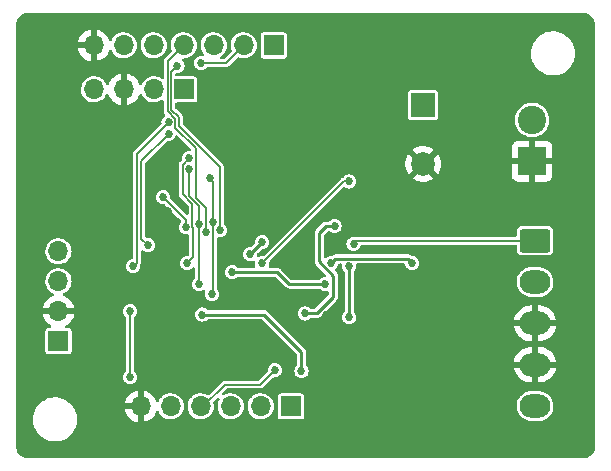
<source format=gbl>
%TF.GenerationSoftware,KiCad,Pcbnew,5.99.0-unknown-70e6d0e79f~115~ubuntu20.04.1*%
%TF.CreationDate,2021-02-02T09:13:17-08:00*%
%TF.ProjectId,T12_Control,5431325f-436f-46e7-9472-6f6c2e6b6963,rev?*%
%TF.SameCoordinates,PXba85060PY68290a0*%
%TF.FileFunction,Copper,L2,Bot*%
%TF.FilePolarity,Positive*%
%FSLAX46Y46*%
G04 Gerber Fmt 4.6, Leading zero omitted, Abs format (unit mm)*
G04 Created by KiCad (PCBNEW 5.99.0-unknown-70e6d0e79f~115~ubuntu20.04.1) date 2021-02-02 09:13:17*
%MOMM*%
%LPD*%
G01*
G04 APERTURE LIST*
G04 Aperture macros list*
%AMRoundRect*
0 Rectangle with rounded corners*
0 $1 Rounding radius*
0 $2 $3 $4 $5 $6 $7 $8 $9 X,Y pos of 4 corners*
0 Add a 4 corners polygon primitive as box body*
4,1,4,$2,$3,$4,$5,$6,$7,$8,$9,$2,$3,0*
0 Add four circle primitives for the rounded corners*
1,1,$1+$1,$2,$3*
1,1,$1+$1,$4,$5*
1,1,$1+$1,$6,$7*
1,1,$1+$1,$8,$9*
0 Add four rect primitives between the rounded corners*
20,1,$1+$1,$2,$3,$4,$5,0*
20,1,$1+$1,$4,$5,$6,$7,0*
20,1,$1+$1,$6,$7,$8,$9,0*
20,1,$1+$1,$8,$9,$2,$3,0*%
G04 Aperture macros list end*
%TA.AperFunction,ComponentPad*%
%ADD10R,1.700000X1.700000*%
%TD*%
%TA.AperFunction,ComponentPad*%
%ADD11O,1.700000X1.700000*%
%TD*%
%TA.AperFunction,ComponentPad*%
%ADD12R,2.400000X2.400000*%
%TD*%
%TA.AperFunction,ComponentPad*%
%ADD13C,2.400000*%
%TD*%
%TA.AperFunction,ComponentPad*%
%ADD14RoundRect,0.250000X-1.050000X0.750000X-1.050000X-0.750000X1.050000X-0.750000X1.050000X0.750000X0*%
%TD*%
%TA.AperFunction,ComponentPad*%
%ADD15O,2.600000X2.000000*%
%TD*%
%TA.AperFunction,ComponentPad*%
%ADD16R,2.000000X2.000000*%
%TD*%
%TA.AperFunction,ComponentPad*%
%ADD17C,2.000000*%
%TD*%
%TA.AperFunction,ViaPad*%
%ADD18C,0.889000*%
%TD*%
%TA.AperFunction,ViaPad*%
%ADD19C,0.685800*%
%TD*%
%TA.AperFunction,Conductor*%
%ADD20C,0.152400*%
%TD*%
%TA.AperFunction,Conductor*%
%ADD21C,0.254000*%
%TD*%
G04 APERTURE END LIST*
D10*
%TO.P,J5,1,Pin_1*%
%TO.N,/SWDSWO*%
X23512722Y4647271D03*
D11*
%TO.P,J5,2,Pin_2*%
%TO.N,/SWDCLK*%
X20972722Y4647271D03*
%TO.P,J5,3,Pin_3*%
%TO.N,/SWDIO*%
X18432722Y4647271D03*
%TO.P,J5,4,Pin_4*%
%TO.N,/~NRST*%
X15892722Y4647271D03*
%TO.P,J5,5,Pin_5*%
%TO.N,/3.3V*%
X13352722Y4647271D03*
%TO.P,J5,6,Pin_6*%
%TO.N,GND*%
X10812722Y4647271D03*
%TD*%
D10*
%TO.P,J6,1,Pin_1*%
%TO.N,/3.3V*%
X3843130Y10160000D03*
D11*
%TO.P,J6,2,Pin_2*%
%TO.N,GND*%
X3843130Y12700000D03*
%TO.P,J6,3,Pin_3*%
%TO.N,/RX*%
X3843130Y15240000D03*
%TO.P,J6,4,Pin_4*%
%TO.N,/TX*%
X3843130Y17780000D03*
%TD*%
D12*
%TO.P,J1,1,Pin_1*%
%TO.N,GND*%
X43942000Y25400000D03*
D13*
%TO.P,J1,2,Pin_2*%
%TO.N,/24V*%
X43942000Y28900000D03*
%TD*%
D14*
%TO.P,J2,1*%
%TO.N,Net-(J2-Pad1)*%
X44196000Y18684000D03*
D15*
%TO.P,J2,2*%
%TO.N,N/C*%
X44196000Y15184000D03*
%TO.P,J2,3*%
%TO.N,GND*%
X44196000Y11684000D03*
%TO.P,J2,4*%
X44196000Y8184000D03*
%TO.P,J2,5*%
%TO.N,Net-(D1-Pad1)*%
X44196000Y4684000D03*
%TD*%
D10*
%TO.P,J4,1,Pin_1*%
%TO.N,/OLED_SDA*%
X14479162Y31488285D03*
D11*
%TO.P,J4,2,Pin_2*%
%TO.N,/OLED_SCL*%
X11939162Y31488285D03*
%TO.P,J4,3,Pin_3*%
%TO.N,GND*%
X9399162Y31488285D03*
%TO.P,J4,4,Pin_4*%
%TO.N,/3.3V*%
X6859162Y31488285D03*
%TD*%
D10*
%TO.P,J3,1,Pin_1*%
%TO.N,/~CS*%
X22063440Y35210654D03*
D11*
%TO.P,J3,2,Pin_2*%
%TO.N,/D{slash}~C*%
X19523440Y35210654D03*
%TO.P,J3,3,Pin_3*%
%TO.N,/~RST*%
X16983440Y35210654D03*
%TO.P,J3,4,Pin_4*%
%TO.N,/MOSI*%
X14443440Y35210654D03*
%TO.P,J3,5,Pin_5*%
%TO.N,/SCK*%
X11903440Y35210654D03*
%TO.P,J3,6,Pin_6*%
%TO.N,/3.3V*%
X9363440Y35210654D03*
%TO.P,J3,7,Pin_7*%
%TO.N,GND*%
X6823440Y35210654D03*
%TD*%
D16*
%TO.P,C12,1*%
%TO.N,/24V*%
X34720000Y30170000D03*
D17*
%TO.P,C12,2*%
%TO.N,GND*%
X34720000Y25170000D03*
%TD*%
D18*
%TO.N,GND*%
X4064000Y20828000D03*
D19*
X17170000Y8220000D03*
X32766000Y14986000D03*
D18*
X6858000Y27178000D03*
D19*
X4126700Y28900202D03*
X28251249Y19928699D03*
X23320000Y16920000D03*
D18*
X23000031Y14337970D03*
D19*
X24720000Y19370000D03*
D18*
X29464000Y8890000D03*
D19*
X16002000Y11430000D03*
D18*
X22181995Y10160000D03*
D19*
X26520000Y12420000D03*
X8636000Y11430000D03*
D18*
X23620000Y23820000D03*
X23620000Y29920000D03*
X26416000Y8890000D03*
X7620000Y24130000D03*
X30226000Y21336000D03*
D19*
X18270000Y23920000D03*
D18*
X22720000Y26620000D03*
X24620000Y26620000D03*
D19*
X27670000Y27870000D03*
X39270000Y17720000D03*
X18120000Y32220000D03*
X13094136Y21149626D03*
%TO.N,/V_MON*%
X21082000Y16764000D03*
X28470000Y23692444D03*
%TO.N,/~NRST*%
X22170000Y7720000D03*
%TO.N,Net-(D1-Pad1)*%
X28448000Y12192000D03*
X28448000Y16510000D03*
%TO.N,Net-(C15-Pad1)*%
X33782000Y16764000D03*
X26940040Y16780040D03*
%TO.N,/SCK*%
X13920000Y33470000D03*
X17526000Y19558000D03*
%TO.N,/MOSI*%
X16339988Y19387920D03*
%TO.N,/~RST*%
X13170000Y27720000D03*
X11430000Y18288000D03*
%TO.N,/D{slash}~C*%
X13170000Y28720000D03*
X10160000Y16510000D03*
X15920000Y33720000D03*
%TO.N,/~CS*%
X14732000Y16764000D03*
X14922490Y25655587D03*
%TO.N,/OLED_SCL*%
X16954490Y20279106D03*
X16842500Y14145500D03*
X16670000Y23970000D03*
%TO.N,/OLED_SDA*%
X15748000Y14986000D03*
X15761710Y20098884D03*
X14920000Y24720000D03*
%TO.N,/SWDIO*%
X9906000Y7112000D03*
X9906000Y12700000D03*
%TO.N,/TIP_TEMP*%
X26416000Y14986000D03*
X18542000Y16002000D03*
%TO.N,Net-(J2-Pad1)*%
X28829000Y18415000D03*
%TO.N,/NTC*%
X20066000Y17526000D03*
X21082000Y18542000D03*
%TO.N,/EE_SCL*%
X12700000Y22352000D03*
X14618898Y19809406D03*
%TO.N,/HEATER_ON*%
X24420000Y7620000D03*
X16020000Y12420000D03*
%TO.N,Net-(Q2-Pad1)*%
X27220000Y19920000D03*
X24720000Y12520000D03*
%TD*%
D20*
%TO.N,/V_MON*%
X28010444Y23692444D02*
X28470000Y23692444D01*
X21082000Y16764000D02*
X28010444Y23692444D01*
%TO.N,/~NRST*%
X20947278Y6497278D02*
X17947278Y6497278D01*
X16097271Y4647271D02*
X17947278Y6497278D01*
X15892722Y4647271D02*
X16097271Y4647271D01*
X22170000Y7720000D02*
X20947278Y6497278D01*
D21*
%TO.N,Net-(D1-Pad1)*%
X28448000Y16510000D02*
X28448000Y12192000D01*
%TO.N,Net-(C15-Pad1)*%
X33782000Y16764000D02*
X33413699Y17132301D01*
X27292301Y17132301D02*
X26940040Y16780040D01*
X33413699Y17132301D02*
X27292301Y17132301D01*
D20*
%TO.N,/SCK*%
X17526000Y24890890D02*
X14046312Y28370578D01*
X13399389Y32949389D02*
X13920000Y33470000D01*
X13399389Y29767501D02*
X13399389Y32949389D01*
X17526000Y19558000D02*
X17526000Y24890890D01*
X14046312Y28370578D02*
X14046311Y29120579D01*
X14046311Y29120579D02*
X13399389Y29767501D01*
%TO.N,/MOSI*%
X13094578Y29641244D02*
X13094578Y33861792D01*
X15494000Y26491822D02*
X13741501Y28244321D01*
X16339988Y19387920D02*
X16339988Y21475909D01*
X13741501Y28244321D02*
X13741501Y28994321D01*
X13094578Y33861792D02*
X14443440Y35210654D01*
X13741501Y28994321D02*
X13094578Y29641244D01*
X16339988Y21475909D02*
X15494000Y22321897D01*
X15494000Y22321897D02*
X15494000Y26491822D01*
%TO.N,/~RST*%
X11430000Y18288000D02*
X10859399Y18858601D01*
X10859399Y18858601D02*
X10859399Y25409399D01*
X10859399Y25409399D02*
X13170000Y27720000D01*
%TO.N,/D{slash}~C*%
X10476611Y16826611D02*
X10476611Y26026611D01*
X18032786Y33720000D02*
X19523440Y35210654D01*
X10476611Y26026611D02*
X13170000Y28720000D01*
X15920000Y33720000D02*
X18032786Y33720000D01*
X10160000Y16510000D02*
X10476611Y16826611D01*
%TO.N,/~CS*%
X15190208Y19824562D02*
X15190208Y21763554D01*
X14348499Y25081596D02*
X14922490Y25655587D01*
X15240000Y17272000D02*
X15240000Y19774770D01*
X15240000Y19774770D02*
X15190208Y19824562D01*
X14348499Y22605263D02*
X14348499Y25081596D01*
X14732000Y16764000D02*
X15240000Y17272000D01*
X15190208Y21763554D02*
X14348499Y22605263D01*
%TO.N,/OLED_SCL*%
X16954490Y14257490D02*
X16842500Y14145500D01*
X16954490Y16192490D02*
X16954490Y16700490D01*
X16954490Y16700490D02*
X16954490Y14257490D01*
X16954490Y16700490D02*
X16954490Y20279106D01*
X16954490Y23685510D02*
X16670000Y23970000D01*
X16954490Y23435510D02*
X16954490Y20279106D01*
X16954490Y23435510D02*
X16954490Y23685510D01*
X16954490Y23435510D02*
X16954490Y23254490D01*
%TO.N,/OLED_SDA*%
X15748000Y16764000D02*
X15748000Y14986000D01*
X15748000Y20085174D02*
X15761710Y20098884D01*
X14922490Y24717510D02*
X14920000Y24720000D01*
X15761710Y20098884D02*
X15761710Y21623120D01*
X15761710Y21623120D02*
X14922490Y22462340D01*
X14922490Y22462340D02*
X14922490Y24131774D01*
X14922490Y24131774D02*
X14922490Y24717510D01*
X15748000Y16764000D02*
X15748000Y20085174D01*
%TO.N,/SWDIO*%
X9906000Y12700000D02*
X9906000Y7112000D01*
D21*
%TO.N,/TIP_TEMP*%
X22352000Y16002000D02*
X18542000Y16002000D01*
X26416000Y14986000D02*
X23368000Y14986000D01*
X23368000Y14986000D02*
X22352000Y16002000D01*
D20*
%TO.N,Net-(J2-Pad1)*%
X29098000Y18684000D02*
X28844000Y18684000D01*
X44196000Y18684000D02*
X29322000Y18684000D01*
X29322000Y18684000D02*
X29098000Y18684000D01*
X29098000Y18684000D02*
X28829000Y18415000D01*
D21*
%TO.N,/NTC*%
X21082000Y18542000D02*
X20066000Y17526000D01*
D20*
%TO.N,/EE_SCL*%
X14224000Y20828000D02*
X14618898Y20433102D01*
X14224000Y20828000D02*
X12700000Y22352000D01*
X14618898Y20433102D02*
X14618898Y19809406D01*
D21*
%TO.N,/HEATER_ON*%
X24420000Y9220000D02*
X21220000Y12420000D01*
X16020000Y12420000D02*
X19620000Y12420000D01*
X24420000Y7620000D02*
X24420000Y9220000D01*
X21220000Y12420000D02*
X19620000Y12420000D01*
%TO.N,Net-(Q2-Pad1)*%
X26520000Y19920000D02*
X27220000Y19920000D01*
X25920000Y19320000D02*
X26520000Y19920000D01*
X25720000Y12520000D02*
X24720000Y12520000D01*
X27120000Y13920000D02*
X26920000Y13720000D01*
X26920000Y13720000D02*
X25720000Y12520000D01*
X25920000Y19320000D02*
X25920000Y16920000D01*
X25920000Y16920000D02*
X27120000Y15720000D01*
X27120000Y15720000D02*
X27120000Y13920000D01*
%TD*%
%TA.AperFunction,Conductor*%
%TO.N,GND*%
G36*
X48217209Y37961624D02*
G01*
X48217210Y37961634D01*
X48218156Y37961521D01*
X48222862Y37961007D01*
X48229402Y37959562D01*
X48235586Y37959431D01*
X48235590Y37959431D01*
X48279640Y37958501D01*
X48317428Y37957704D01*
X48325742Y37957252D01*
X48357950Y37954434D01*
X48368846Y37953000D01*
X48501469Y37929615D01*
X48512195Y37927236D01*
X48531228Y37922136D01*
X48541709Y37918832D01*
X48668256Y37872773D01*
X48678380Y37868580D01*
X48694425Y37861098D01*
X48696285Y37860230D01*
X48706027Y37855158D01*
X48822636Y37787834D01*
X48831895Y37781936D01*
X48848057Y37770619D01*
X48856774Y37763930D01*
X48959932Y37677371D01*
X48968036Y37669944D01*
X48981972Y37656008D01*
X48989397Y37647906D01*
X49050730Y37574813D01*
X49075952Y37544754D01*
X49082644Y37536032D01*
X49093959Y37519872D01*
X49099864Y37510603D01*
X49167182Y37394006D01*
X49172253Y37384267D01*
X49180607Y37366351D01*
X49184799Y37356230D01*
X49226156Y37242602D01*
X49230858Y37229683D01*
X49234162Y37219202D01*
X49239262Y37200169D01*
X49241641Y37189443D01*
X49265026Y37056822D01*
X49266460Y37045924D01*
X49269278Y37013716D01*
X49269729Y37005402D01*
X49271588Y36917375D01*
X49272923Y36911334D01*
X49272923Y36911333D01*
X49273032Y36910840D01*
X49273541Y36906178D01*
X49273660Y36905185D01*
X49273650Y36905184D01*
X49276000Y36883654D01*
X49276000Y1334320D01*
X49273650Y1312790D01*
X49273660Y1312789D01*
X49273541Y1311796D01*
X49273032Y1307134D01*
X49271588Y1300599D01*
X49271458Y1294418D01*
X49271457Y1294414D01*
X49269730Y1212581D01*
X49269278Y1204258D01*
X49266460Y1172050D01*
X49265026Y1161154D01*
X49259268Y1128495D01*
X49241642Y1028537D01*
X49239262Y1017805D01*
X49234162Y998772D01*
X49230858Y988291D01*
X49184799Y861744D01*
X49180607Y851623D01*
X49172256Y833715D01*
X49172255Y833712D01*
X49167182Y823968D01*
X49099864Y707371D01*
X49093959Y698102D01*
X49082644Y681942D01*
X49075957Y673226D01*
X49031308Y620015D01*
X48989399Y570070D01*
X48981972Y561966D01*
X48968036Y548030D01*
X48959932Y540603D01*
X48856774Y454044D01*
X48848059Y447357D01*
X48831899Y436041D01*
X48822636Y430140D01*
X48706027Y362816D01*
X48696287Y357745D01*
X48678380Y349394D01*
X48668256Y345201D01*
X48554628Y303844D01*
X48541709Y299142D01*
X48531228Y295838D01*
X48512195Y290738D01*
X48501469Y288359D01*
X48368846Y264974D01*
X48357950Y263540D01*
X48325742Y260722D01*
X48317428Y260270D01*
X48279640Y259473D01*
X48235590Y258543D01*
X48235586Y258543D01*
X48229402Y258412D01*
X48223360Y257077D01*
X48222862Y256967D01*
X48218156Y256453D01*
X48217210Y256340D01*
X48217209Y256350D01*
X48195678Y254000D01*
X1334320Y254000D01*
X1312790Y256350D01*
X1312789Y256340D01*
X1311796Y256459D01*
X1307134Y256968D01*
X1306641Y257077D01*
X1306640Y257077D01*
X1300599Y258412D01*
X1294418Y258542D01*
X1294414Y258543D01*
X1247313Y259537D01*
X1212572Y260271D01*
X1204258Y260722D01*
X1172050Y263540D01*
X1161154Y264974D01*
X1028531Y288359D01*
X1017805Y290738D01*
X998772Y295838D01*
X988291Y299142D01*
X975372Y303844D01*
X861744Y345201D01*
X851623Y349393D01*
X833707Y357747D01*
X823968Y362818D01*
X707371Y430136D01*
X698102Y436041D01*
X681942Y447356D01*
X673220Y454048D01*
X570070Y540601D01*
X561966Y548028D01*
X548030Y561964D01*
X540603Y570068D01*
X454044Y673226D01*
X447355Y681943D01*
X436038Y698105D01*
X430140Y707364D01*
X362816Y823973D01*
X357744Y833715D01*
X356876Y835575D01*
X349394Y851620D01*
X345201Y861744D01*
X299142Y988291D01*
X295838Y998772D01*
X290738Y1017805D01*
X288358Y1028537D01*
X270733Y1128495D01*
X264974Y1161154D01*
X263540Y1172050D01*
X260722Y1204258D01*
X260270Y1212581D01*
X258543Y1294410D01*
X258543Y1294414D01*
X258412Y1300598D01*
X256967Y1307138D01*
X256453Y1311844D01*
X256340Y1312790D01*
X256350Y1312791D01*
X254000Y1334322D01*
X254000Y3471648D01*
X1698414Y3471648D01*
X1698949Y3467130D01*
X1698949Y3467124D01*
X1716716Y3317014D01*
X1730048Y3204377D01*
X1799932Y2944472D01*
X1906603Y2697378D01*
X2047827Y2468271D01*
X2220644Y2261950D01*
X2421435Y2082737D01*
X2645993Y1934387D01*
X2650127Y1932446D01*
X2650129Y1932445D01*
X2662775Y1926508D01*
X2889615Y1820007D01*
X2893972Y1818687D01*
X2893973Y1818687D01*
X3142826Y1743317D01*
X3142833Y1743315D01*
X3147196Y1741994D01*
X3413341Y1701980D01*
X3417906Y1701960D01*
X3417907Y1701960D01*
X3544556Y1701408D01*
X3682474Y1700806D01*
X3707867Y1704397D01*
X3944442Y1737856D01*
X3944446Y1737857D01*
X3948958Y1738495D01*
X4207211Y1814258D01*
X4232444Y1825837D01*
X4447673Y1924604D01*
X4447679Y1924607D01*
X4451821Y1926508D01*
X4677665Y2072893D01*
X4880012Y2250346D01*
X5054624Y2455151D01*
X5057051Y2459013D01*
X5057055Y2459018D01*
X5195412Y2679153D01*
X5195413Y2679155D01*
X5197841Y2683018D01*
X5199683Y2687184D01*
X5199686Y2687190D01*
X5304820Y2924999D01*
X5304822Y2925004D01*
X5306664Y2929171D01*
X5378814Y3188456D01*
X5412779Y3455440D01*
X5413397Y3478256D01*
X5415415Y3552863D01*
X5415500Y3556000D01*
X5396023Y3824430D01*
X5383172Y3882638D01*
X5338986Y4082778D01*
X5338985Y4082782D01*
X5338001Y4087238D01*
X5273584Y4257262D01*
X5244266Y4334646D01*
X5244265Y4334649D01*
X5242648Y4338916D01*
X5222690Y4374848D01*
X9480977Y4374848D01*
X9489360Y4322800D01*
X9491934Y4312478D01*
X9562952Y4104461D01*
X9567219Y4094738D01*
X9672278Y3901646D01*
X9678124Y3892780D01*
X9814208Y3720158D01*
X9821472Y3712396D01*
X9984689Y3565177D01*
X9993166Y3558743D01*
X10178844Y3441135D01*
X10188289Y3436218D01*
X10391128Y3351577D01*
X10401267Y3348321D01*
X10541067Y3316175D01*
X10555144Y3317014D01*
X10558722Y3326272D01*
X10558722Y4375156D01*
X10554247Y4390395D01*
X10552857Y4391600D01*
X10545174Y4393271D01*
X9496125Y4393271D01*
X9482944Y4389401D01*
X9480977Y4374848D01*
X5222690Y4374848D01*
X5111963Y4574194D01*
X4993713Y4729139D01*
X4951455Y4784510D01*
X4951454Y4784511D01*
X4948683Y4788142D01*
X4884286Y4851095D01*
X4828267Y4905857D01*
X4814723Y4919097D01*
X9481730Y4919097D01*
X9483149Y4905857D01*
X9497784Y4901271D01*
X10540607Y4901271D01*
X10555846Y4905746D01*
X10557051Y4907136D01*
X10558722Y4914819D01*
X10558722Y5963554D01*
X10558050Y5965841D01*
X11066722Y5965841D01*
X11066722Y3327330D01*
X11070873Y3313192D01*
X11081520Y3311497D01*
X11084914Y3312175D01*
X11296055Y3373317D01*
X11305981Y3377128D01*
X11503787Y3472964D01*
X11512934Y3478395D01*
X11691763Y3606188D01*
X11699871Y3613089D01*
X11854615Y3769189D01*
X11861428Y3777338D01*
X11987662Y3957283D01*
X11993017Y3966484D01*
X12087121Y4165115D01*
X12090845Y4175073D01*
X12098125Y4201061D01*
X12135762Y4261260D01*
X12199970Y4291555D01*
X12270365Y4282328D01*
X12324595Y4236507D01*
X12336565Y4213557D01*
X12362819Y4147415D01*
X12362822Y4147409D01*
X12365031Y4141844D01*
X12368255Y4136794D01*
X12368256Y4136791D01*
X12397160Y4091508D01*
X12478424Y3964195D01*
X12623364Y3811192D01*
X12628229Y3807702D01*
X12628232Y3807700D01*
X12728021Y3736127D01*
X12794621Y3688358D01*
X12811079Y3680771D01*
X12957893Y3613089D01*
X12986016Y3600124D01*
X12991832Y3598690D01*
X12991835Y3598689D01*
X13086288Y3575402D01*
X13190643Y3549673D01*
X13196633Y3549364D01*
X13196635Y3549364D01*
X13270579Y3545554D01*
X13401118Y3538827D01*
X13407053Y3539656D01*
X13407057Y3539656D01*
X13589803Y3565177D01*
X13609846Y3567976D01*
X13774218Y3624093D01*
X13803618Y3634130D01*
X13803620Y3634131D01*
X13809297Y3636069D01*
X13942842Y3712396D01*
X13987066Y3737672D01*
X13987069Y3737674D01*
X13992274Y3740649D01*
X13996823Y3744555D01*
X13996826Y3744557D01*
X14147622Y3874034D01*
X14147624Y3874036D01*
X14152173Y3877942D01*
X14170995Y3901646D01*
X14224674Y3969251D01*
X14283227Y4042994D01*
X14334795Y4141844D01*
X14377932Y4224532D01*
X14377933Y4224535D01*
X14380706Y4229850D01*
X14441092Y4431768D01*
X14452472Y4544786D01*
X14787965Y4544786D01*
X14827276Y4337730D01*
X14905031Y4141844D01*
X14908255Y4136794D01*
X14908256Y4136791D01*
X14937160Y4091508D01*
X15018424Y3964195D01*
X15163364Y3811192D01*
X15168229Y3807702D01*
X15168232Y3807700D01*
X15268021Y3736127D01*
X15334621Y3688358D01*
X15351079Y3680771D01*
X15497893Y3613089D01*
X15526016Y3600124D01*
X15531832Y3598690D01*
X15531835Y3598689D01*
X15626288Y3575402D01*
X15730643Y3549673D01*
X15736633Y3549364D01*
X15736635Y3549364D01*
X15810579Y3545554D01*
X15941118Y3538827D01*
X15947053Y3539656D01*
X15947057Y3539656D01*
X16129803Y3565177D01*
X16149846Y3567976D01*
X16314218Y3624093D01*
X16343618Y3634130D01*
X16343620Y3634131D01*
X16349297Y3636069D01*
X16482842Y3712396D01*
X16527066Y3737672D01*
X16527069Y3737674D01*
X16532274Y3740649D01*
X16536823Y3744555D01*
X16536826Y3744557D01*
X16687622Y3874034D01*
X16687624Y3874036D01*
X16692173Y3877942D01*
X16710995Y3901646D01*
X16764674Y3969251D01*
X16823227Y4042994D01*
X16874795Y4141844D01*
X16917932Y4224532D01*
X16917933Y4224535D01*
X16920706Y4229850D01*
X16981092Y4431768D01*
X17002207Y4641462D01*
X17002222Y4647271D01*
X16982205Y4857072D01*
X16980516Y4862830D01*
X16956189Y4945754D01*
X16956207Y5016751D01*
X16987999Y5070318D01*
X17288749Y5371068D01*
X17351061Y5405094D01*
X17421876Y5400029D01*
X17478712Y5357482D01*
X17503523Y5290962D01*
X17488432Y5221588D01*
X17483696Y5213625D01*
X17447691Y5157863D01*
X17445448Y5152297D01*
X17390822Y5016751D01*
X17368912Y4962386D01*
X17357851Y4905746D01*
X17334175Y4784510D01*
X17328517Y4755539D01*
X17328501Y4749553D01*
X17328501Y4749550D01*
X17328241Y4650345D01*
X17327965Y4544786D01*
X17367276Y4337730D01*
X17445031Y4141844D01*
X17448255Y4136794D01*
X17448256Y4136791D01*
X17477160Y4091508D01*
X17558424Y3964195D01*
X17703364Y3811192D01*
X17708229Y3807702D01*
X17708232Y3807700D01*
X17808021Y3736127D01*
X17874621Y3688358D01*
X17891079Y3680771D01*
X18037893Y3613089D01*
X18066016Y3600124D01*
X18071832Y3598690D01*
X18071835Y3598689D01*
X18166288Y3575402D01*
X18270643Y3549673D01*
X18276633Y3549364D01*
X18276635Y3549364D01*
X18350579Y3545554D01*
X18481118Y3538827D01*
X18487053Y3539656D01*
X18487057Y3539656D01*
X18669803Y3565177D01*
X18689846Y3567976D01*
X18854218Y3624093D01*
X18883618Y3634130D01*
X18883620Y3634131D01*
X18889297Y3636069D01*
X19022842Y3712396D01*
X19067066Y3737672D01*
X19067069Y3737674D01*
X19072274Y3740649D01*
X19076823Y3744555D01*
X19076826Y3744557D01*
X19227622Y3874034D01*
X19227624Y3874036D01*
X19232173Y3877942D01*
X19250995Y3901646D01*
X19304674Y3969251D01*
X19363227Y4042994D01*
X19414795Y4141844D01*
X19457932Y4224532D01*
X19457933Y4224535D01*
X19460706Y4229850D01*
X19521092Y4431768D01*
X19532472Y4544786D01*
X19867965Y4544786D01*
X19907276Y4337730D01*
X19985031Y4141844D01*
X19988255Y4136794D01*
X19988256Y4136791D01*
X20017160Y4091508D01*
X20098424Y3964195D01*
X20243364Y3811192D01*
X20248229Y3807702D01*
X20248232Y3807700D01*
X20348021Y3736127D01*
X20414621Y3688358D01*
X20431079Y3680771D01*
X20577893Y3613089D01*
X20606016Y3600124D01*
X20611832Y3598690D01*
X20611835Y3598689D01*
X20706288Y3575402D01*
X20810643Y3549673D01*
X20816633Y3549364D01*
X20816635Y3549364D01*
X20890579Y3545554D01*
X21021118Y3538827D01*
X21027053Y3539656D01*
X21027057Y3539656D01*
X21209803Y3565177D01*
X21229846Y3567976D01*
X21394218Y3624093D01*
X21423618Y3634130D01*
X21423620Y3634131D01*
X21429297Y3636069D01*
X21562842Y3712396D01*
X21607066Y3737672D01*
X21607069Y3737674D01*
X21612274Y3740649D01*
X21616823Y3744555D01*
X21616826Y3744557D01*
X21767622Y3874034D01*
X21767624Y3874036D01*
X21772173Y3877942D01*
X21790995Y3901646D01*
X21844674Y3969251D01*
X21903227Y4042994D01*
X21954795Y4141844D01*
X21997932Y4224532D01*
X21997933Y4224535D01*
X22000706Y4229850D01*
X22061092Y4431768D01*
X22082207Y4641462D01*
X22082222Y4647271D01*
X22062205Y4857072D01*
X22002877Y5059304D01*
X22000133Y5064632D01*
X21909124Y5241337D01*
X21909122Y5241340D01*
X21906378Y5246668D01*
X21843610Y5326576D01*
X21779897Y5407687D01*
X21779893Y5407692D01*
X21776191Y5412404D01*
X21678390Y5497271D01*
X22403222Y5497271D01*
X22403222Y3797271D01*
X22422975Y3697965D01*
X22479228Y3613777D01*
X22563416Y3557524D01*
X22662722Y3537771D01*
X24362722Y3537771D01*
X24462028Y3557524D01*
X24546216Y3613777D01*
X24602469Y3697965D01*
X24622222Y3797271D01*
X24622222Y4644438D01*
X42637121Y4644438D01*
X42664023Y4422135D01*
X42729866Y4208110D01*
X42732436Y4203130D01*
X42732438Y4203126D01*
X42812343Y4048313D01*
X42832569Y4009126D01*
X42968886Y3831475D01*
X42973031Y3827704D01*
X42973034Y3827700D01*
X43079784Y3730565D01*
X43134507Y3680771D01*
X43139263Y3677788D01*
X43139265Y3677786D01*
X43319443Y3564760D01*
X43319447Y3564758D01*
X43324199Y3561777D01*
X43531964Y3478256D01*
X43751237Y3432847D01*
X43755848Y3432581D01*
X43755849Y3432581D01*
X43807461Y3429605D01*
X43807465Y3429605D01*
X43809284Y3429500D01*
X44552023Y3429500D01*
X44554810Y3429749D01*
X44554816Y3429749D01*
X44627295Y3436218D01*
X44719038Y3444406D01*
X44935026Y3503493D01*
X44940084Y3505905D01*
X44940088Y3505907D01*
X45132079Y3597482D01*
X45137138Y3599895D01*
X45318983Y3730565D01*
X45458014Y3874034D01*
X45470907Y3887338D01*
X45470908Y3887340D01*
X45474815Y3891371D01*
X45554656Y4010187D01*
X45596577Y4072571D01*
X45596579Y4072574D01*
X45599708Y4077231D01*
X45689714Y4282271D01*
X45741989Y4500008D01*
X45746956Y4586155D01*
X45754556Y4717955D01*
X45754556Y4717958D01*
X45754879Y4723562D01*
X45727977Y4945865D01*
X45662134Y5159890D01*
X45634400Y5213625D01*
X45562002Y5353893D01*
X45562001Y5353894D01*
X45559431Y5358874D01*
X45423114Y5536525D01*
X45418969Y5540296D01*
X45418966Y5540300D01*
X45261646Y5683450D01*
X45257493Y5687229D01*
X45246953Y5693841D01*
X45072557Y5803240D01*
X45072553Y5803242D01*
X45067801Y5806223D01*
X44860036Y5889744D01*
X44640763Y5935153D01*
X44636152Y5935419D01*
X44636151Y5935419D01*
X44584539Y5938395D01*
X44584535Y5938395D01*
X44582716Y5938500D01*
X43839977Y5938500D01*
X43837190Y5938251D01*
X43837184Y5938251D01*
X43776345Y5932821D01*
X43672962Y5923594D01*
X43456974Y5864507D01*
X43451916Y5862095D01*
X43451912Y5862093D01*
X43263039Y5772005D01*
X43254862Y5768105D01*
X43073017Y5637435D01*
X42991714Y5553537D01*
X42937189Y5497271D01*
X42917185Y5476629D01*
X42914051Y5471965D01*
X42808292Y5314579D01*
X42792292Y5290769D01*
X42702286Y5085729D01*
X42650011Y4867992D01*
X42649037Y4851095D01*
X42637462Y4650345D01*
X42637121Y4644438D01*
X24622222Y4644438D01*
X24622222Y5497271D01*
X24602469Y5596577D01*
X24546216Y5680765D01*
X24462028Y5737018D01*
X24362722Y5756771D01*
X22662722Y5756771D01*
X22563416Y5737018D01*
X22479228Y5680765D01*
X22422975Y5596577D01*
X22403222Y5497271D01*
X21678390Y5497271D01*
X21617012Y5550532D01*
X21434586Y5656068D01*
X21428917Y5658037D01*
X21428914Y5658038D01*
X21241164Y5723236D01*
X21235494Y5725205D01*
X21229556Y5726066D01*
X21032861Y5754585D01*
X21032858Y5754585D01*
X21026921Y5755446D01*
X20816392Y5745702D01*
X20810568Y5744298D01*
X20810565Y5744298D01*
X20617337Y5697730D01*
X20617335Y5697729D01*
X20611504Y5696324D01*
X20606046Y5693842D01*
X20606042Y5693841D01*
X20522966Y5656068D01*
X20419650Y5609093D01*
X20247752Y5487157D01*
X20237674Y5476629D01*
X20120180Y5353893D01*
X20102013Y5334916D01*
X19987691Y5157863D01*
X19985448Y5152297D01*
X19930822Y5016751D01*
X19908912Y4962386D01*
X19897851Y4905746D01*
X19874175Y4784510D01*
X19868517Y4755539D01*
X19868501Y4749553D01*
X19868501Y4749550D01*
X19868241Y4650345D01*
X19867965Y4544786D01*
X19532472Y4544786D01*
X19542207Y4641462D01*
X19542222Y4647271D01*
X19522205Y4857072D01*
X19462877Y5059304D01*
X19460133Y5064632D01*
X19369124Y5241337D01*
X19369122Y5241340D01*
X19366378Y5246668D01*
X19303610Y5326576D01*
X19239897Y5407687D01*
X19239893Y5407692D01*
X19236191Y5412404D01*
X19077012Y5550532D01*
X18894586Y5656068D01*
X18888917Y5658037D01*
X18888914Y5658038D01*
X18701164Y5723236D01*
X18695494Y5725205D01*
X18689556Y5726066D01*
X18492861Y5754585D01*
X18492858Y5754585D01*
X18486921Y5755446D01*
X18276392Y5745702D01*
X18270568Y5744298D01*
X18270565Y5744298D01*
X18077337Y5697730D01*
X18077335Y5697729D01*
X18071504Y5696324D01*
X18066046Y5693842D01*
X18066042Y5693841D01*
X17885106Y5611574D01*
X17885104Y5611573D01*
X17879650Y5609093D01*
X17874762Y5605626D01*
X17871874Y5603965D01*
X17802850Y5587347D01*
X17735799Y5610685D01*
X17692009Y5666569D01*
X17685384Y5737256D01*
X17719970Y5802289D01*
X18047354Y6129673D01*
X18109666Y6163699D01*
X18136449Y6166578D01*
X20928489Y6166578D01*
X20939471Y6166098D01*
X20965549Y6163816D01*
X20965551Y6163816D01*
X20976536Y6162855D01*
X20992710Y6167189D01*
X21013588Y6172783D01*
X21024321Y6175163D01*
X21051235Y6179908D01*
X21051237Y6179909D01*
X21062094Y6181823D01*
X21071645Y6187337D01*
X21075142Y6188610D01*
X21078501Y6190176D01*
X21089151Y6193030D01*
X21098182Y6199354D01*
X21098185Y6199355D01*
X21120580Y6215036D01*
X21129850Y6220942D01*
X21153514Y6234604D01*
X21153516Y6234606D01*
X21163062Y6240117D01*
X21186984Y6268626D01*
X21194410Y6276729D01*
X22007016Y7089335D01*
X22069328Y7123361D01*
X22112556Y7125162D01*
X22161809Y7118678D01*
X22161812Y7118678D01*
X22170000Y7117600D01*
X22178188Y7118678D01*
X22317725Y7137048D01*
X22325913Y7138126D01*
X22471200Y7198306D01*
X22595961Y7294039D01*
X22691694Y7418800D01*
X22751874Y7564087D01*
X22755603Y7592408D01*
X22771322Y7711812D01*
X22772400Y7720000D01*
X22751874Y7875913D01*
X22691694Y8021200D01*
X22595961Y8145961D01*
X22471200Y8241694D01*
X22325913Y8301874D01*
X22170000Y8322400D01*
X22014087Y8301874D01*
X21868800Y8241694D01*
X21744039Y8145961D01*
X21648306Y8021200D01*
X21588126Y7875913D01*
X21567600Y7720000D01*
X21568678Y7711812D01*
X21568678Y7711809D01*
X21575162Y7662556D01*
X21564222Y7592408D01*
X21539335Y7557016D01*
X20847202Y6864883D01*
X20784890Y6830857D01*
X20758107Y6827978D01*
X17966067Y6827978D01*
X17955085Y6828458D01*
X17929007Y6830740D01*
X17929005Y6830740D01*
X17918020Y6831701D01*
X17905918Y6828458D01*
X17880968Y6821773D01*
X17870235Y6819393D01*
X17843321Y6814648D01*
X17843319Y6814647D01*
X17832462Y6812733D01*
X17822911Y6807219D01*
X17819414Y6805946D01*
X17816055Y6804380D01*
X17805405Y6801526D01*
X17796374Y6795202D01*
X17796371Y6795201D01*
X17773976Y6779520D01*
X17764706Y6773614D01*
X17741042Y6759952D01*
X17741040Y6759950D01*
X17731494Y6754439D01*
X17724408Y6745994D01*
X17707573Y6725931D01*
X17700146Y6717827D01*
X16602803Y5620484D01*
X16540491Y5586458D01*
X16469676Y5591523D01*
X16450613Y5600515D01*
X16444650Y5603965D01*
X16393755Y5633408D01*
X16359784Y5653061D01*
X16359783Y5653061D01*
X16354586Y5656068D01*
X16348917Y5658037D01*
X16348914Y5658038D01*
X16161164Y5723236D01*
X16155494Y5725205D01*
X16149556Y5726066D01*
X15952861Y5754585D01*
X15952858Y5754585D01*
X15946921Y5755446D01*
X15736392Y5745702D01*
X15730568Y5744298D01*
X15730565Y5744298D01*
X15537337Y5697730D01*
X15537335Y5697729D01*
X15531504Y5696324D01*
X15526046Y5693842D01*
X15526042Y5693841D01*
X15442966Y5656068D01*
X15339650Y5609093D01*
X15167752Y5487157D01*
X15157674Y5476629D01*
X15040180Y5353893D01*
X15022013Y5334916D01*
X14907691Y5157863D01*
X14905448Y5152297D01*
X14850822Y5016751D01*
X14828912Y4962386D01*
X14817851Y4905746D01*
X14794175Y4784510D01*
X14788517Y4755539D01*
X14788501Y4749553D01*
X14788501Y4749550D01*
X14788241Y4650345D01*
X14787965Y4544786D01*
X14452472Y4544786D01*
X14462207Y4641462D01*
X14462222Y4647271D01*
X14442205Y4857072D01*
X14382877Y5059304D01*
X14380133Y5064632D01*
X14289124Y5241337D01*
X14289122Y5241340D01*
X14286378Y5246668D01*
X14223610Y5326576D01*
X14159897Y5407687D01*
X14159893Y5407692D01*
X14156191Y5412404D01*
X13997012Y5550532D01*
X13814586Y5656068D01*
X13808917Y5658037D01*
X13808914Y5658038D01*
X13621164Y5723236D01*
X13615494Y5725205D01*
X13609556Y5726066D01*
X13412861Y5754585D01*
X13412858Y5754585D01*
X13406921Y5755446D01*
X13196392Y5745702D01*
X13190568Y5744298D01*
X13190565Y5744298D01*
X12997337Y5697730D01*
X12997335Y5697729D01*
X12991504Y5696324D01*
X12986046Y5693842D01*
X12986042Y5693841D01*
X12902966Y5656068D01*
X12799650Y5609093D01*
X12627752Y5487157D01*
X12617674Y5476629D01*
X12500180Y5353893D01*
X12482013Y5334916D01*
X12367691Y5157863D01*
X12337546Y5083063D01*
X12293534Y5027361D01*
X12226389Y5004294D01*
X12157432Y5021191D01*
X12108557Y5072685D01*
X12101965Y5089989D01*
X12101448Y5089807D01*
X12096142Y5104872D01*
X12005869Y5305273D01*
X12000689Y5314579D01*
X11877940Y5496905D01*
X11871279Y5505191D01*
X11719552Y5664241D01*
X11711595Y5671281D01*
X11535245Y5802489D01*
X11526208Y5808093D01*
X11330272Y5907712D01*
X11320421Y5911712D01*
X11110500Y5976893D01*
X11100118Y5979176D01*
X11084681Y5981222D01*
X11070514Y5979025D01*
X11066722Y5965841D01*
X10558050Y5965841D01*
X10554749Y5977085D01*
X10544142Y5978610D01*
X10426276Y5953880D01*
X10416080Y5950820D01*
X10211654Y5870089D01*
X10202118Y5865355D01*
X10014208Y5751329D01*
X10005618Y5745065D01*
X9839606Y5601007D01*
X9832186Y5593376D01*
X9692822Y5423411D01*
X9686797Y5414644D01*
X9578064Y5223627D01*
X9573599Y5213963D01*
X9498604Y5007355D01*
X9495833Y4997087D01*
X9481730Y4919097D01*
X4814723Y4919097D01*
X4756229Y4976279D01*
X4538631Y5134663D01*
X4439227Y5186962D01*
X4304489Y5257851D01*
X4304483Y5257854D01*
X4300449Y5259976D01*
X4145828Y5314579D01*
X4050985Y5348072D01*
X4050984Y5348072D01*
X4046672Y5349595D01*
X3919160Y5374727D01*
X3787088Y5400759D01*
X3787082Y5400760D01*
X3782616Y5401640D01*
X3778063Y5401867D01*
X3778060Y5401867D01*
X3518382Y5414794D01*
X3518376Y5414794D01*
X3513813Y5415021D01*
X3245894Y5389460D01*
X3241460Y5388375D01*
X3241454Y5388374D01*
X2988908Y5326576D01*
X2984470Y5325490D01*
X2735020Y5224452D01*
X2585296Y5136785D01*
X2506869Y5090864D01*
X2502768Y5088463D01*
X2401347Y5007355D01*
X2331163Y4951227D01*
X2292579Y4920371D01*
X2108857Y4723697D01*
X2055838Y4647271D01*
X1958053Y4506316D01*
X1958050Y4506310D01*
X1955450Y4502563D01*
X1835573Y4261599D01*
X1834152Y4257265D01*
X1834151Y4257262D01*
X1762371Y4038298D01*
X1751735Y4005854D01*
X1705694Y3740685D01*
X1701884Y3599895D01*
X1698597Y3478395D01*
X1698414Y3471648D01*
X254000Y3471648D01*
X254000Y12427577D01*
X2511385Y12427577D01*
X2519768Y12375529D01*
X2522342Y12365207D01*
X2593360Y12157190D01*
X2597627Y12147467D01*
X2702686Y11954375D01*
X2708532Y11945509D01*
X2844616Y11772887D01*
X2851880Y11765125D01*
X3015097Y11617906D01*
X3023574Y11611472D01*
X3196495Y11501944D01*
X3243341Y11448596D01*
X3253907Y11378390D01*
X3224840Y11313616D01*
X3165368Y11274840D01*
X3129074Y11269500D01*
X2993130Y11269500D01*
X2893824Y11249747D01*
X2809636Y11193494D01*
X2753383Y11109306D01*
X2733630Y11010000D01*
X2733630Y9310000D01*
X2753383Y9210694D01*
X2809636Y9126506D01*
X2893824Y9070253D01*
X2993130Y9050500D01*
X4693130Y9050500D01*
X4792436Y9070253D01*
X4876624Y9126506D01*
X4932877Y9210694D01*
X4952630Y9310000D01*
X4952630Y11010000D01*
X4932877Y11109306D01*
X4876624Y11193494D01*
X4792436Y11249747D01*
X4693130Y11269500D01*
X4554456Y11269500D01*
X4486335Y11289502D01*
X4439842Y11343158D01*
X4429738Y11413432D01*
X4459232Y11478012D01*
X4499518Y11508892D01*
X4534195Y11525693D01*
X4543342Y11531124D01*
X4722171Y11658917D01*
X4730279Y11665818D01*
X4885023Y11821918D01*
X4891836Y11830067D01*
X5018070Y12010012D01*
X5023425Y12019213D01*
X5117529Y12217844D01*
X5121253Y12227803D01*
X5179098Y12434282D01*
X5177560Y12442649D01*
X5165267Y12446000D01*
X2526533Y12446000D01*
X2513352Y12442130D01*
X2511385Y12427577D01*
X254000Y12427577D01*
X254000Y12700000D01*
X9303600Y12700000D01*
X9324126Y12544087D01*
X9384306Y12398800D01*
X9480039Y12274039D01*
X9512252Y12249321D01*
X9526005Y12238768D01*
X9567872Y12181429D01*
X9575300Y12138806D01*
X9575300Y7673194D01*
X9555298Y7605073D01*
X9526006Y7573233D01*
X9480039Y7537961D01*
X9384306Y7413200D01*
X9324126Y7267913D01*
X9303600Y7112000D01*
X9324126Y6956087D01*
X9384306Y6810800D01*
X9480039Y6686039D01*
X9604800Y6590306D01*
X9750087Y6530126D01*
X9906000Y6509600D01*
X9914188Y6510678D01*
X10053725Y6529048D01*
X10061913Y6530126D01*
X10207200Y6590306D01*
X10331961Y6686039D01*
X10427694Y6810800D01*
X10487874Y6956087D01*
X10508400Y7112000D01*
X10487874Y7267913D01*
X10427694Y7413200D01*
X10331961Y7537961D01*
X10285995Y7573233D01*
X10244128Y7630571D01*
X10236700Y7673194D01*
X10236700Y12138806D01*
X10256702Y12206927D01*
X10285995Y12238768D01*
X10299748Y12249321D01*
X10331961Y12274039D01*
X10427694Y12398800D01*
X10436475Y12420000D01*
X15417600Y12420000D01*
X15420391Y12398800D01*
X15435954Y12280589D01*
X15438126Y12264087D01*
X15498306Y12118800D01*
X15594039Y11994039D01*
X15718800Y11898306D01*
X15864087Y11838126D01*
X16020000Y11817600D01*
X16028188Y11818678D01*
X16167725Y11837048D01*
X16175913Y11838126D01*
X16321200Y11898306D01*
X16445961Y11994039D01*
X16450987Y12000589D01*
X16451996Y12001598D01*
X16514309Y12035621D01*
X16541089Y12038500D01*
X21009787Y12038500D01*
X21077908Y12018498D01*
X21098882Y12001595D01*
X24001595Y9098883D01*
X24035621Y9036571D01*
X24038500Y9009788D01*
X24038500Y8141089D01*
X24018498Y8072968D01*
X24001598Y8051996D01*
X24000589Y8050987D01*
X23994039Y8045961D01*
X23898306Y7921200D01*
X23838126Y7775913D01*
X23817600Y7620000D01*
X23838126Y7464087D01*
X23898306Y7318800D01*
X23994039Y7194039D01*
X24118800Y7098306D01*
X24264087Y7038126D01*
X24420000Y7017600D01*
X24428188Y7018678D01*
X24567725Y7037048D01*
X24575913Y7038126D01*
X24721200Y7098306D01*
X24845961Y7194039D01*
X24941694Y7318800D01*
X25001874Y7464087D01*
X25022400Y7620000D01*
X25001874Y7775913D01*
X24945138Y7912886D01*
X42409181Y7912886D01*
X42411233Y7895151D01*
X42413192Y7885256D01*
X42476516Y7661473D01*
X42480028Y7652029D01*
X42578317Y7441249D01*
X42583296Y7432484D01*
X42714014Y7240139D01*
X42720346Y7232264D01*
X42880123Y7063304D01*
X42887632Y7056543D01*
X43072375Y6915296D01*
X43080854Y6909832D01*
X43285809Y6799936D01*
X43295061Y6795894D01*
X43514947Y6720182D01*
X43524719Y6717673D01*
X43754963Y6677902D01*
X43762835Y6677047D01*
X43784474Y6676064D01*
X43787307Y6676000D01*
X43923885Y6676000D01*
X43939124Y6680475D01*
X43940329Y6681865D01*
X43942000Y6689548D01*
X43942000Y7911885D01*
X43940659Y7916452D01*
X44450000Y7916452D01*
X44450000Y6694115D01*
X44454475Y6678876D01*
X44455865Y6677671D01*
X44463548Y6676000D01*
X44555625Y6676000D01*
X44560657Y6676202D01*
X44732858Y6690057D01*
X44742811Y6691669D01*
X44968663Y6747144D01*
X44978233Y6750327D01*
X45192312Y6841198D01*
X45201251Y6845872D01*
X45398037Y6969794D01*
X45406118Y6975839D01*
X45580565Y7129635D01*
X45587576Y7136896D01*
X45735188Y7316600D01*
X45740941Y7324878D01*
X45857931Y7525886D01*
X45862286Y7534977D01*
X45945629Y7752093D01*
X45948477Y7761770D01*
X45979917Y7912264D01*
X45978794Y7926325D01*
X45968687Y7930000D01*
X44468115Y7930000D01*
X44452876Y7925525D01*
X44451671Y7924135D01*
X44450000Y7916452D01*
X43940659Y7916452D01*
X43937525Y7927124D01*
X43936135Y7928329D01*
X43928452Y7930000D01*
X42425316Y7930000D01*
X42411230Y7925864D01*
X42409181Y7912886D01*
X24945138Y7912886D01*
X24941694Y7921200D01*
X24845961Y8045961D01*
X24839411Y8050987D01*
X24838402Y8051996D01*
X24804379Y8114309D01*
X24801500Y8141089D01*
X24801500Y8455736D01*
X42412083Y8455736D01*
X42413206Y8441675D01*
X42423313Y8438000D01*
X43923885Y8438000D01*
X43939124Y8442475D01*
X43940329Y8443865D01*
X43942000Y8451548D01*
X43942000Y9673885D01*
X43940659Y9678452D01*
X44450000Y9678452D01*
X44450000Y8456115D01*
X44454475Y8440876D01*
X44455865Y8439671D01*
X44463548Y8438000D01*
X45966684Y8438000D01*
X45980770Y8442136D01*
X45982819Y8455114D01*
X45980767Y8472849D01*
X45978808Y8482744D01*
X45915484Y8706527D01*
X45911972Y8715971D01*
X45813683Y8926751D01*
X45808704Y8935516D01*
X45677986Y9127861D01*
X45671654Y9135736D01*
X45511877Y9304696D01*
X45504368Y9311457D01*
X45319625Y9452704D01*
X45311146Y9458168D01*
X45106191Y9568064D01*
X45096939Y9572106D01*
X44877053Y9647818D01*
X44867281Y9650327D01*
X44637037Y9690098D01*
X44629165Y9690953D01*
X44607526Y9691936D01*
X44604693Y9692000D01*
X44468115Y9692000D01*
X44452876Y9687525D01*
X44451671Y9686135D01*
X44450000Y9678452D01*
X43940659Y9678452D01*
X43937525Y9689124D01*
X43936135Y9690329D01*
X43928452Y9692000D01*
X43836375Y9692000D01*
X43831343Y9691798D01*
X43659142Y9677943D01*
X43649189Y9676331D01*
X43423337Y9620856D01*
X43413767Y9617673D01*
X43199688Y9526802D01*
X43190749Y9522128D01*
X42993963Y9398206D01*
X42985882Y9392161D01*
X42811435Y9238365D01*
X42804424Y9231104D01*
X42656812Y9051400D01*
X42651059Y9043122D01*
X42534069Y8842114D01*
X42529714Y8833023D01*
X42446371Y8615907D01*
X42443523Y8606230D01*
X42412083Y8455736D01*
X24801500Y8455736D01*
X24801500Y9167156D01*
X24803700Y9187834D01*
X24803878Y9191614D01*
X24806070Y9201794D01*
X24802373Y9233033D01*
X24801982Y9239665D01*
X24801928Y9239661D01*
X24801500Y9244837D01*
X24801500Y9250040D01*
X24798040Y9270828D01*
X24797207Y9276682D01*
X24792378Y9317487D01*
X24791154Y9327831D01*
X24787172Y9336124D01*
X24785662Y9345194D01*
X24761205Y9390523D01*
X24758512Y9395808D01*
X24736215Y9442240D01*
X24730584Y9448938D01*
X24728653Y9450869D01*
X24728630Y9450895D01*
X24725395Y9456889D01*
X24690665Y9488993D01*
X24687100Y9492422D01*
X22766637Y11412886D01*
X42409181Y11412886D01*
X42411233Y11395151D01*
X42413192Y11385256D01*
X42476516Y11161473D01*
X42480028Y11152029D01*
X42578317Y10941249D01*
X42583296Y10932484D01*
X42714014Y10740139D01*
X42720346Y10732264D01*
X42880123Y10563304D01*
X42887632Y10556543D01*
X43072375Y10415296D01*
X43080854Y10409832D01*
X43285809Y10299936D01*
X43295061Y10295894D01*
X43514947Y10220182D01*
X43524719Y10217673D01*
X43754963Y10177902D01*
X43762835Y10177047D01*
X43784474Y10176064D01*
X43787307Y10176000D01*
X43923885Y10176000D01*
X43939124Y10180475D01*
X43940329Y10181865D01*
X43942000Y10189548D01*
X43942000Y11411885D01*
X43940659Y11416452D01*
X44450000Y11416452D01*
X44450000Y10194115D01*
X44454475Y10178876D01*
X44455865Y10177671D01*
X44463548Y10176000D01*
X44555625Y10176000D01*
X44560657Y10176202D01*
X44732858Y10190057D01*
X44742811Y10191669D01*
X44968663Y10247144D01*
X44978233Y10250327D01*
X45192312Y10341198D01*
X45201251Y10345872D01*
X45398037Y10469794D01*
X45406118Y10475839D01*
X45580565Y10629635D01*
X45587576Y10636896D01*
X45735188Y10816600D01*
X45740941Y10824878D01*
X45857931Y11025886D01*
X45862286Y11034977D01*
X45945629Y11252093D01*
X45948477Y11261770D01*
X45979917Y11412264D01*
X45978794Y11426325D01*
X45968687Y11430000D01*
X44468115Y11430000D01*
X44452876Y11425525D01*
X44451671Y11424135D01*
X44450000Y11416452D01*
X43940659Y11416452D01*
X43937525Y11427124D01*
X43936135Y11428329D01*
X43928452Y11430000D01*
X42425316Y11430000D01*
X42411230Y11425864D01*
X42409181Y11412886D01*
X22766637Y11412886D01*
X21527130Y12652393D01*
X21514068Y12668566D01*
X21511515Y12671371D01*
X21505867Y12680119D01*
X21497692Y12686564D01*
X21497690Y12686566D01*
X21481161Y12699596D01*
X21476195Y12704009D01*
X21476160Y12703968D01*
X21472197Y12707326D01*
X21468520Y12711003D01*
X21451370Y12723258D01*
X21446647Y12726804D01*
X21445444Y12727753D01*
X21431983Y12738365D01*
X21414375Y12752247D01*
X21414373Y12752248D01*
X21406198Y12758693D01*
X21397520Y12761740D01*
X21390037Y12767088D01*
X21380059Y12770072D01*
X21380055Y12770074D01*
X21340694Y12781845D01*
X21335046Y12783680D01*
X21293933Y12798118D01*
X21293930Y12798119D01*
X21286451Y12800745D01*
X21277733Y12801500D01*
X21274992Y12801500D01*
X21274968Y12801501D01*
X21268441Y12803453D01*
X21221206Y12801597D01*
X21216259Y12801500D01*
X16541089Y12801500D01*
X16472968Y12821502D01*
X16451996Y12838402D01*
X16450987Y12839411D01*
X16445961Y12845961D01*
X16321200Y12941694D01*
X16175913Y13001874D01*
X16020000Y13022400D01*
X15864087Y13001874D01*
X15718800Y12941694D01*
X15594039Y12845961D01*
X15498306Y12721200D01*
X15438126Y12575913D01*
X15417600Y12420000D01*
X10436475Y12420000D01*
X10487874Y12544087D01*
X10508400Y12700000D01*
X10497513Y12782697D01*
X10488952Y12847725D01*
X10487874Y12855913D01*
X10427694Y13001200D01*
X10331961Y13125961D01*
X10207200Y13221694D01*
X10061913Y13281874D01*
X9906000Y13302400D01*
X9750087Y13281874D01*
X9604800Y13221694D01*
X9480039Y13125961D01*
X9384306Y13001200D01*
X9324126Y12855913D01*
X9323048Y12847725D01*
X9314487Y12782697D01*
X9303600Y12700000D01*
X254000Y12700000D01*
X254000Y12971826D01*
X2512138Y12971826D01*
X2513557Y12958586D01*
X2528192Y12954000D01*
X5162209Y12954000D01*
X5175740Y12957973D01*
X5177006Y12966782D01*
X5130084Y13147567D01*
X5126549Y13157605D01*
X5036277Y13358002D01*
X5031097Y13367308D01*
X4908348Y13549634D01*
X4901687Y13557920D01*
X4749960Y13716970D01*
X4742003Y13724010D01*
X4565653Y13855218D01*
X4556616Y13860822D01*
X4360680Y13960441D01*
X4350829Y13964441D01*
X4287793Y13984014D01*
X4228668Y14023317D01*
X4200177Y14088346D01*
X4211367Y14158456D01*
X4258684Y14211386D01*
X4284442Y14223587D01*
X4299705Y14228798D01*
X4412429Y14293225D01*
X4477474Y14330401D01*
X4477477Y14330403D01*
X4482682Y14333378D01*
X4487231Y14337284D01*
X4487234Y14337286D01*
X4638030Y14466763D01*
X4638032Y14466765D01*
X4642581Y14470671D01*
X4650505Y14480650D01*
X4731271Y14582369D01*
X4773635Y14635723D01*
X4776410Y14641042D01*
X4868340Y14817261D01*
X4868341Y14817264D01*
X4871114Y14822579D01*
X4931500Y15024497D01*
X4952615Y15234191D01*
X4952630Y15240000D01*
X4947502Y15293753D01*
X4935744Y15416984D01*
X4932613Y15449801D01*
X4873285Y15652033D01*
X4869238Y15659890D01*
X4779532Y15834066D01*
X4779530Y15834069D01*
X4776786Y15839397D01*
X4722365Y15908678D01*
X4650305Y16000416D01*
X4650301Y16000421D01*
X4646599Y16005133D01*
X4606073Y16040300D01*
X4531945Y16104624D01*
X4487420Y16143261D01*
X4324088Y16237751D01*
X4310192Y16245790D01*
X4310191Y16245790D01*
X4304994Y16248797D01*
X4299325Y16250766D01*
X4299322Y16250767D01*
X4111572Y16315965D01*
X4105902Y16317934D01*
X4099964Y16318795D01*
X3903269Y16347314D01*
X3903266Y16347314D01*
X3897329Y16348175D01*
X3686800Y16338431D01*
X3680976Y16337027D01*
X3680973Y16337027D01*
X3487745Y16290459D01*
X3487743Y16290458D01*
X3481912Y16289053D01*
X3476454Y16286571D01*
X3476450Y16286570D01*
X3393374Y16248797D01*
X3290058Y16201822D01*
X3228158Y16157913D01*
X3124015Y16084039D01*
X3118160Y16079886D01*
X2972421Y15927645D01*
X2858099Y15750592D01*
X2855856Y15745026D01*
X2787753Y15576039D01*
X2779320Y15555115D01*
X2760739Y15459969D01*
X2748950Y15399600D01*
X2738925Y15348268D01*
X2738373Y15137515D01*
X2739491Y15131628D01*
X2765585Y14994188D01*
X2777684Y14930459D01*
X2855439Y14734573D01*
X2858663Y14729523D01*
X2858664Y14729520D01*
X2876210Y14702032D01*
X2968832Y14556924D01*
X3113772Y14403921D01*
X3118637Y14400431D01*
X3118640Y14400429D01*
X3220040Y14327700D01*
X3285029Y14281087D01*
X3290474Y14278577D01*
X3416160Y14220635D01*
X3469649Y14173951D01*
X3489408Y14105759D01*
X3469163Y14037710D01*
X3409690Y13989017D01*
X3242062Y13922818D01*
X3232526Y13918084D01*
X3044616Y13804058D01*
X3036026Y13797794D01*
X2870014Y13653736D01*
X2862594Y13646105D01*
X2723230Y13476140D01*
X2717205Y13467373D01*
X2608472Y13276356D01*
X2604007Y13266692D01*
X2529012Y13060084D01*
X2526241Y13049816D01*
X2512138Y12971826D01*
X254000Y12971826D01*
X254000Y16510000D01*
X9557600Y16510000D01*
X9558678Y16501812D01*
X9574051Y16385044D01*
X9578126Y16354087D01*
X9581286Y16346458D01*
X9585948Y16335202D01*
X9638306Y16208800D01*
X9734039Y16084039D01*
X9858800Y15988306D01*
X10004087Y15928126D01*
X10160000Y15907600D01*
X10168188Y15908678D01*
X10307725Y15927048D01*
X10315913Y15928126D01*
X10461200Y15988306D01*
X10585961Y16084039D01*
X10681694Y16208800D01*
X10734052Y16335202D01*
X10738714Y16346458D01*
X10741874Y16354087D01*
X10745950Y16385044D01*
X10761322Y16501812D01*
X10762400Y16510000D01*
X10752353Y16586315D01*
X10763292Y16656462D01*
X10774062Y16675031D01*
X10774536Y16675707D01*
X10774537Y16675710D01*
X10780859Y16684738D01*
X10783713Y16695388D01*
X10785279Y16698747D01*
X10786552Y16702244D01*
X10792066Y16711795D01*
X10795559Y16731603D01*
X10798726Y16749568D01*
X10801106Y16760301D01*
X10808181Y16786704D01*
X10808181Y16786707D01*
X10811034Y16797353D01*
X10807790Y16834433D01*
X10807311Y16845414D01*
X10807311Y17757491D01*
X10827313Y17825612D01*
X10880969Y17872105D01*
X10951243Y17882209D01*
X11010015Y17857453D01*
X11037601Y17836286D01*
X11128800Y17766306D01*
X11274087Y17706126D01*
X11430000Y17685600D01*
X11438188Y17686678D01*
X11577725Y17705048D01*
X11585913Y17706126D01*
X11731200Y17766306D01*
X11855961Y17862039D01*
X11951694Y17986800D01*
X12011874Y18132087D01*
X12032400Y18288000D01*
X12011874Y18443913D01*
X11951694Y18589200D01*
X11855961Y18713961D01*
X11731200Y18809694D01*
X11585913Y18869874D01*
X11430000Y18890400D01*
X11421812Y18889322D01*
X11421809Y18889322D01*
X11372556Y18882838D01*
X11302408Y18893778D01*
X11267016Y18918665D01*
X11227004Y18958677D01*
X11192978Y19020989D01*
X11190099Y19047772D01*
X11190099Y25220228D01*
X11210101Y25288349D01*
X11227004Y25309323D01*
X12098122Y26180441D01*
X13007016Y27089336D01*
X13069328Y27123361D01*
X13112555Y27125163D01*
X13170000Y27117600D01*
X13178188Y27118678D01*
X13317725Y27137048D01*
X13325913Y27138126D01*
X13471200Y27198306D01*
X13595961Y27294039D01*
X13691694Y27418800D01*
X13738928Y27532832D01*
X13783477Y27588113D01*
X13850840Y27610534D01*
X13919631Y27592976D01*
X13944432Y27573709D01*
X15048882Y26469259D01*
X15082908Y26406947D01*
X15077843Y26336132D01*
X15035296Y26279296D01*
X14968776Y26254485D01*
X14943341Y26255242D01*
X14930678Y26256909D01*
X14922490Y26257987D01*
X14766577Y26237461D01*
X14621290Y26177281D01*
X14496529Y26081548D01*
X14400796Y25956787D01*
X14340616Y25811500D01*
X14320090Y25655587D01*
X14321168Y25647399D01*
X14321168Y25647396D01*
X14327652Y25598143D01*
X14316712Y25527995D01*
X14291825Y25492603D01*
X14127950Y25328728D01*
X14119847Y25321302D01*
X14091338Y25297380D01*
X14085827Y25287834D01*
X14085825Y25287832D01*
X14072163Y25264168D01*
X14066257Y25254898D01*
X14050576Y25232503D01*
X14050575Y25232500D01*
X14044251Y25223469D01*
X14041397Y25212819D01*
X14039831Y25209460D01*
X14038558Y25205963D01*
X14033044Y25196412D01*
X14031130Y25185555D01*
X14031129Y25185553D01*
X14026384Y25158639D01*
X14024004Y25147906D01*
X14022203Y25141184D01*
X14014076Y25110854D01*
X14015037Y25099869D01*
X14015037Y25099867D01*
X14017319Y25073789D01*
X14017799Y25062807D01*
X14017799Y22624052D01*
X14017319Y22613070D01*
X14014076Y22576005D01*
X14016931Y22565351D01*
X14024004Y22538953D01*
X14026384Y22528220D01*
X14029965Y22507913D01*
X14033044Y22490447D01*
X14038558Y22480896D01*
X14039831Y22477399D01*
X14041397Y22474040D01*
X14044251Y22463390D01*
X14050575Y22454359D01*
X14050576Y22454356D01*
X14066257Y22431961D01*
X14072163Y22422691D01*
X14085825Y22399027D01*
X14085827Y22399025D01*
X14091338Y22389479D01*
X14099783Y22382393D01*
X14119840Y22365563D01*
X14127944Y22358137D01*
X14822603Y21663479D01*
X14856628Y21601166D01*
X14859508Y21574383D01*
X14859508Y20964363D01*
X14839506Y20896242D01*
X14785850Y20849749D01*
X14715576Y20839645D01*
X14650996Y20869139D01*
X14644413Y20875268D01*
X14437789Y21081892D01*
X14437786Y21081894D01*
X13330664Y22189016D01*
X13296638Y22251328D01*
X13294837Y22294555D01*
X13302400Y22352000D01*
X13281874Y22507913D01*
X13221694Y22653200D01*
X13125961Y22777961D01*
X13001200Y22873694D01*
X12855913Y22933874D01*
X12700000Y22954400D01*
X12544087Y22933874D01*
X12398800Y22873694D01*
X12274039Y22777961D01*
X12178306Y22653200D01*
X12118126Y22507913D01*
X12097600Y22352000D01*
X12098678Y22343813D01*
X12098678Y22343812D01*
X12110854Y22251328D01*
X12118126Y22196087D01*
X12178306Y22050800D01*
X12274039Y21926039D01*
X12398800Y21830306D01*
X12544087Y21770126D01*
X12700000Y21749600D01*
X12757444Y21757163D01*
X12827591Y21746224D01*
X12862984Y21721336D01*
X13970106Y20614214D01*
X13970108Y20614211D01*
X14182612Y20401707D01*
X14216638Y20339395D01*
X14211573Y20268580D01*
X14191109Y20236770D01*
X14192937Y20235367D01*
X14097204Y20110606D01*
X14037024Y19965319D01*
X14016498Y19809406D01*
X14037024Y19653493D01*
X14097204Y19508206D01*
X14192937Y19383445D01*
X14317698Y19287712D01*
X14462985Y19227532D01*
X14618898Y19207006D01*
X14627086Y19208084D01*
X14627087Y19208084D01*
X14766854Y19226484D01*
X14837003Y19215544D01*
X14890101Y19168416D01*
X14909300Y19101562D01*
X14909300Y17486733D01*
X14889298Y17418612D01*
X14835642Y17372119D01*
X14766854Y17361811D01*
X14732000Y17366400D01*
X14576087Y17345874D01*
X14430800Y17285694D01*
X14306039Y17189961D01*
X14210306Y17065200D01*
X14150126Y16919913D01*
X14149048Y16911725D01*
X14145273Y16883047D01*
X14129600Y16764000D01*
X14150126Y16608087D01*
X14210306Y16462800D01*
X14306039Y16338039D01*
X14430800Y16242306D01*
X14576087Y16182126D01*
X14732000Y16161600D01*
X14740188Y16162678D01*
X14772532Y16166936D01*
X14887913Y16182126D01*
X15033200Y16242306D01*
X15157961Y16338039D01*
X15191340Y16381539D01*
X15248675Y16423404D01*
X15319546Y16427626D01*
X15381449Y16392862D01*
X15414730Y16330150D01*
X15417300Y16304833D01*
X15417300Y15547194D01*
X15397298Y15479073D01*
X15368006Y15447233D01*
X15322039Y15411961D01*
X15226306Y15287200D01*
X15166126Y15141913D01*
X15145600Y14986000D01*
X15166126Y14830087D01*
X15226306Y14684800D01*
X15322039Y14560039D01*
X15446800Y14464306D01*
X15573202Y14411948D01*
X15584234Y14407379D01*
X15592087Y14404126D01*
X15748000Y14383600D01*
X15756188Y14384678D01*
X15807028Y14391371D01*
X15903913Y14404126D01*
X15911767Y14407379D01*
X15922798Y14411948D01*
X16049200Y14464306D01*
X16084979Y14491760D01*
X16151198Y14517362D01*
X16220747Y14503098D01*
X16271543Y14453498D01*
X16287460Y14384308D01*
X16278092Y14343582D01*
X16263787Y14309046D01*
X16263786Y14309042D01*
X16260626Y14301413D01*
X16240100Y14145500D01*
X16260626Y13989587D01*
X16320806Y13844300D01*
X16416539Y13719539D01*
X16541300Y13623806D01*
X16686587Y13563626D01*
X16842500Y13543100D01*
X16850688Y13544178D01*
X16990225Y13562548D01*
X16998413Y13563626D01*
X17143700Y13623806D01*
X17268461Y13719539D01*
X17364194Y13844300D01*
X17424374Y13989587D01*
X17444900Y14145500D01*
X17424374Y14301413D01*
X17364194Y14446700D01*
X17350685Y14464306D01*
X17311228Y14515726D01*
X17285627Y14581946D01*
X17285190Y14592430D01*
X17285190Y16002000D01*
X17939600Y16002000D01*
X17960126Y15846087D01*
X18020306Y15700800D01*
X18116039Y15576039D01*
X18240800Y15480306D01*
X18386087Y15420126D01*
X18542000Y15399600D01*
X18550188Y15400678D01*
X18586140Y15405411D01*
X18697913Y15420126D01*
X18843200Y15480306D01*
X18967961Y15576039D01*
X18972987Y15582589D01*
X18973996Y15583598D01*
X19036309Y15617621D01*
X19063089Y15620500D01*
X22141787Y15620500D01*
X22209908Y15600498D01*
X22230882Y15583595D01*
X23060870Y14753607D01*
X23073932Y14737434D01*
X23076485Y14734629D01*
X23082133Y14725881D01*
X23090308Y14719436D01*
X23090310Y14719434D01*
X23106839Y14706404D01*
X23111805Y14701991D01*
X23111840Y14702032D01*
X23115803Y14698674D01*
X23119480Y14694997D01*
X23136630Y14682742D01*
X23141343Y14679203D01*
X23142867Y14678002D01*
X23173625Y14653753D01*
X23173627Y14653752D01*
X23181802Y14647307D01*
X23190480Y14644260D01*
X23197963Y14638912D01*
X23207941Y14635928D01*
X23207945Y14635926D01*
X23247306Y14624155D01*
X23252954Y14622320D01*
X23294067Y14607882D01*
X23294070Y14607881D01*
X23301549Y14605255D01*
X23310267Y14604500D01*
X23313008Y14604500D01*
X23313032Y14604499D01*
X23319559Y14602547D01*
X23366795Y14604403D01*
X23371741Y14604500D01*
X25894911Y14604500D01*
X25963032Y14584498D01*
X25984004Y14567598D01*
X25985013Y14566589D01*
X25990039Y14560039D01*
X26114800Y14464306D01*
X26241202Y14411948D01*
X26252234Y14407379D01*
X26260087Y14404126D01*
X26416000Y14383600D01*
X26424188Y14384678D01*
X26563727Y14403048D01*
X26563729Y14403049D01*
X26571913Y14404126D01*
X26579538Y14407284D01*
X26579891Y14407379D01*
X26650868Y14405688D01*
X26709663Y14365893D01*
X26737609Y14300628D01*
X26738500Y14285672D01*
X26738500Y14130213D01*
X26718498Y14062092D01*
X26701595Y14041118D01*
X26628997Y13968520D01*
X26628995Y13968517D01*
X25598882Y12938405D01*
X25536570Y12904379D01*
X25509787Y12901500D01*
X25241089Y12901500D01*
X25172968Y12921502D01*
X25151996Y12938402D01*
X25150987Y12939411D01*
X25145961Y12945961D01*
X25021200Y13041694D01*
X24875913Y13101874D01*
X24720000Y13122400D01*
X24564087Y13101874D01*
X24418800Y13041694D01*
X24294039Y12945961D01*
X24198306Y12821200D01*
X24138126Y12675913D01*
X24117600Y12520000D01*
X24138126Y12364087D01*
X24141286Y12356458D01*
X24145948Y12345202D01*
X24198306Y12218800D01*
X24294039Y12094039D01*
X24418800Y11998306D01*
X24564087Y11938126D01*
X24720000Y11917600D01*
X24728188Y11918678D01*
X24867725Y11937048D01*
X24875913Y11938126D01*
X25021200Y11998306D01*
X25145961Y12094039D01*
X25150987Y12100589D01*
X25151996Y12101598D01*
X25214309Y12135621D01*
X25241089Y12138500D01*
X25667155Y12138500D01*
X25687828Y12136300D01*
X25691613Y12136122D01*
X25701793Y12133930D01*
X25733032Y12137627D01*
X25739663Y12138018D01*
X25739659Y12138072D01*
X25744835Y12138500D01*
X25750040Y12138500D01*
X25770792Y12141954D01*
X25776670Y12142791D01*
X25817490Y12147622D01*
X25817491Y12147622D01*
X25827830Y12148846D01*
X25836123Y12152828D01*
X25845194Y12154338D01*
X25854355Y12159281D01*
X25854358Y12159282D01*
X25890526Y12178798D01*
X25895779Y12181475D01*
X25942239Y12203785D01*
X25948938Y12209415D01*
X25950874Y12211351D01*
X25950896Y12211371D01*
X25956889Y12214605D01*
X25988981Y12249322D01*
X25992410Y12252887D01*
X27352393Y13612870D01*
X27368566Y13625932D01*
X27371371Y13628485D01*
X27380119Y13634133D01*
X27386564Y13642308D01*
X27386566Y13642310D01*
X27399596Y13658839D01*
X27404010Y13663806D01*
X27403969Y13663841D01*
X27407328Y13667805D01*
X27411003Y13671480D01*
X27423242Y13688606D01*
X27426805Y13693352D01*
X27452246Y13725623D01*
X27452248Y13725626D01*
X27458693Y13733802D01*
X27461741Y13742482D01*
X27467088Y13749964D01*
X27481845Y13799308D01*
X27483680Y13804956D01*
X27498119Y13846070D01*
X27498120Y13846074D01*
X27500745Y13853549D01*
X27501500Y13862267D01*
X27501500Y13865008D01*
X27501501Y13865033D01*
X27503453Y13871559D01*
X27501597Y13918795D01*
X27501500Y13923741D01*
X27501500Y15667156D01*
X27503700Y15687829D01*
X27503878Y15691614D01*
X27506070Y15701794D01*
X27502373Y15733034D01*
X27501982Y15739664D01*
X27501928Y15739660D01*
X27501500Y15744837D01*
X27501500Y15750040D01*
X27498043Y15770810D01*
X27497209Y15776671D01*
X27492378Y15817490D01*
X27492378Y15817491D01*
X27491154Y15827830D01*
X27487172Y15836123D01*
X27485662Y15845194D01*
X27461209Y15890514D01*
X27458514Y15895803D01*
X27439648Y15935091D01*
X27436215Y15942240D01*
X27430584Y15948938D01*
X27428649Y15950873D01*
X27428630Y15950894D01*
X27425395Y15956889D01*
X27390665Y15988993D01*
X27387100Y15992422D01*
X27274898Y16104624D01*
X27240872Y16166936D01*
X27245937Y16237751D01*
X27287289Y16293681D01*
X27299695Y16303200D01*
X27366001Y16354079D01*
X27461734Y16478840D01*
X27521914Y16624127D01*
X27524168Y16641248D01*
X27552891Y16706175D01*
X27612156Y16745266D01*
X27649090Y16750801D01*
X27733626Y16750801D01*
X27801747Y16730799D01*
X27848240Y16677143D01*
X27858548Y16608356D01*
X27851882Y16557719D01*
X27845600Y16510000D01*
X27846678Y16501812D01*
X27862051Y16385044D01*
X27866126Y16354087D01*
X27869286Y16346458D01*
X27873948Y16335202D01*
X27926306Y16208800D01*
X28022039Y16084039D01*
X28028589Y16079013D01*
X28029598Y16078004D01*
X28063621Y16015691D01*
X28066500Y15988911D01*
X28066500Y12713089D01*
X28046498Y12644968D01*
X28029598Y12623996D01*
X28028589Y12622987D01*
X28022039Y12617961D01*
X27926306Y12493200D01*
X27892594Y12411812D01*
X27872826Y12364087D01*
X27866126Y12347913D01*
X27845600Y12192000D01*
X27866126Y12036087D01*
X27926306Y11890800D01*
X28022039Y11766039D01*
X28146800Y11670306D01*
X28292087Y11610126D01*
X28448000Y11589600D01*
X28456188Y11590678D01*
X28595725Y11609048D01*
X28603913Y11610126D01*
X28749200Y11670306D01*
X28873961Y11766039D01*
X28969694Y11890800D01*
X28996591Y11955736D01*
X42412083Y11955736D01*
X42413206Y11941675D01*
X42423313Y11938000D01*
X43923885Y11938000D01*
X43939124Y11942475D01*
X43940329Y11943865D01*
X43942000Y11951548D01*
X43942000Y13173885D01*
X43940659Y13178452D01*
X44450000Y13178452D01*
X44450000Y11956115D01*
X44454475Y11940876D01*
X44455865Y11939671D01*
X44463548Y11938000D01*
X45966684Y11938000D01*
X45980770Y11942136D01*
X45982819Y11955114D01*
X45980767Y11972849D01*
X45978808Y11982744D01*
X45915484Y12206527D01*
X45911972Y12215971D01*
X45813683Y12426751D01*
X45808704Y12435516D01*
X45677986Y12627861D01*
X45671654Y12635736D01*
X45511877Y12804696D01*
X45504368Y12811457D01*
X45319625Y12952704D01*
X45311146Y12958168D01*
X45106191Y13068064D01*
X45096939Y13072106D01*
X44877053Y13147818D01*
X44867281Y13150327D01*
X44637037Y13190098D01*
X44629165Y13190953D01*
X44607526Y13191936D01*
X44604693Y13192000D01*
X44468115Y13192000D01*
X44452876Y13187525D01*
X44451671Y13186135D01*
X44450000Y13178452D01*
X43940659Y13178452D01*
X43937525Y13189124D01*
X43936135Y13190329D01*
X43928452Y13192000D01*
X43836375Y13192000D01*
X43831343Y13191798D01*
X43659142Y13177943D01*
X43649189Y13176331D01*
X43423337Y13120856D01*
X43413767Y13117673D01*
X43199688Y13026802D01*
X43190749Y13022128D01*
X42993963Y12898206D01*
X42985882Y12892161D01*
X42811435Y12738365D01*
X42804424Y12731104D01*
X42656812Y12551400D01*
X42651059Y12543122D01*
X42534069Y12342114D01*
X42529714Y12333023D01*
X42446371Y12115907D01*
X42443523Y12106230D01*
X42412083Y11955736D01*
X28996591Y11955736D01*
X29029874Y12036087D01*
X29050400Y12192000D01*
X29029874Y12347913D01*
X29023175Y12364087D01*
X29003406Y12411812D01*
X28969694Y12493200D01*
X28873961Y12617961D01*
X28867411Y12622987D01*
X28866402Y12623996D01*
X28832379Y12686309D01*
X28829500Y12713089D01*
X28829500Y15144438D01*
X42637121Y15144438D01*
X42664023Y14922135D01*
X42729866Y14708110D01*
X42732436Y14703130D01*
X42732438Y14703126D01*
X42808885Y14555013D01*
X42832569Y14509126D01*
X42968886Y14331475D01*
X42973031Y14327704D01*
X42973034Y14327700D01*
X43078453Y14231776D01*
X43134507Y14180771D01*
X43139263Y14177788D01*
X43139265Y14177786D01*
X43319443Y14064760D01*
X43319447Y14064758D01*
X43324199Y14061777D01*
X43531964Y13978256D01*
X43751237Y13932847D01*
X43755848Y13932581D01*
X43755849Y13932581D01*
X43807461Y13929605D01*
X43807465Y13929605D01*
X43809284Y13929500D01*
X44552023Y13929500D01*
X44554810Y13929749D01*
X44554816Y13929749D01*
X44615655Y13935179D01*
X44719038Y13944406D01*
X44935026Y14003493D01*
X44940084Y14005905D01*
X44940088Y14005907D01*
X45132079Y14097482D01*
X45137138Y14099895D01*
X45318983Y14230565D01*
X45450125Y14365893D01*
X45470907Y14387338D01*
X45470908Y14387340D01*
X45474815Y14391371D01*
X45523825Y14464306D01*
X45596577Y14572571D01*
X45596579Y14572574D01*
X45599708Y14577231D01*
X45689714Y14782271D01*
X45741989Y15000008D01*
X45754879Y15223562D01*
X45727977Y15445865D01*
X45662134Y15659890D01*
X45657283Y15669290D01*
X45562002Y15853893D01*
X45562001Y15853894D01*
X45559431Y15858874D01*
X45423114Y16036525D01*
X45418969Y16040296D01*
X45418966Y16040300D01*
X45261646Y16183450D01*
X45257493Y16187229D01*
X45234230Y16201822D01*
X45072557Y16303240D01*
X45072553Y16303242D01*
X45067801Y16306223D01*
X44860036Y16389744D01*
X44640763Y16435153D01*
X44636152Y16435419D01*
X44636151Y16435419D01*
X44584539Y16438395D01*
X44584535Y16438395D01*
X44582716Y16438500D01*
X43839977Y16438500D01*
X43837190Y16438251D01*
X43837184Y16438251D01*
X43778229Y16432989D01*
X43672962Y16423594D01*
X43456974Y16364507D01*
X43451916Y16362095D01*
X43451912Y16362093D01*
X43293575Y16286570D01*
X43254862Y16268105D01*
X43073017Y16137435D01*
X43069115Y16133408D01*
X42925439Y15985146D01*
X42917185Y15976629D01*
X42914051Y15971965D01*
X42810248Y15817490D01*
X42792292Y15790769D01*
X42702286Y15585729D01*
X42698258Y15568952D01*
X42657600Y15399600D01*
X42650011Y15367992D01*
X42637121Y15144438D01*
X28829500Y15144438D01*
X28829500Y15988911D01*
X28849502Y16057032D01*
X28866402Y16078004D01*
X28867411Y16079013D01*
X28873961Y16084039D01*
X28969694Y16208800D01*
X29022052Y16335202D01*
X29026714Y16346458D01*
X29029874Y16354087D01*
X29033950Y16385044D01*
X29049322Y16501812D01*
X29050400Y16510000D01*
X29044118Y16557719D01*
X29037452Y16608356D01*
X29048392Y16678504D01*
X29095520Y16731603D01*
X29162374Y16750801D01*
X33070839Y16750801D01*
X33138960Y16730799D01*
X33185453Y16677143D01*
X33195760Y16641248D01*
X33200126Y16608087D01*
X33260306Y16462800D01*
X33356039Y16338039D01*
X33480800Y16242306D01*
X33626087Y16182126D01*
X33782000Y16161600D01*
X33790188Y16162678D01*
X33822532Y16166936D01*
X33937913Y16182126D01*
X34083200Y16242306D01*
X34207961Y16338039D01*
X34303694Y16462800D01*
X34363874Y16608087D01*
X34384400Y16764000D01*
X34368727Y16883047D01*
X34364952Y16911725D01*
X34363874Y16919913D01*
X34303694Y17065200D01*
X34207961Y17189961D01*
X34083200Y17285694D01*
X33937913Y17345874D01*
X33782000Y17366400D01*
X33776438Y17365668D01*
X33709495Y17385324D01*
X33700170Y17393186D01*
X33699566Y17392420D01*
X33674860Y17411897D01*
X33669894Y17416310D01*
X33669859Y17416269D01*
X33665896Y17419627D01*
X33662219Y17423304D01*
X33645069Y17435559D01*
X33640346Y17439105D01*
X33639710Y17439607D01*
X33624055Y17451949D01*
X33608074Y17464548D01*
X33608072Y17464549D01*
X33599897Y17470994D01*
X33591219Y17474041D01*
X33583736Y17479389D01*
X33573758Y17482373D01*
X33573754Y17482375D01*
X33534393Y17494146D01*
X33528745Y17495981D01*
X33487632Y17510419D01*
X33487629Y17510420D01*
X33480150Y17513046D01*
X33471432Y17513801D01*
X33468691Y17513801D01*
X33468667Y17513802D01*
X33462140Y17515754D01*
X33414905Y17513898D01*
X33409958Y17513801D01*
X27345145Y17513801D01*
X27324472Y17516001D01*
X27320687Y17516179D01*
X27310507Y17518371D01*
X27279267Y17514674D01*
X27272637Y17514283D01*
X27272641Y17514229D01*
X27267464Y17513801D01*
X27262261Y17513801D01*
X27241491Y17510344D01*
X27235630Y17509510D01*
X27194811Y17504679D01*
X27194810Y17504679D01*
X27184471Y17503455D01*
X27176178Y17499473D01*
X27167107Y17497963D01*
X27146294Y17486733D01*
X27121787Y17473510D01*
X27116498Y17470815D01*
X27070061Y17448516D01*
X27063363Y17442885D01*
X27061428Y17440950D01*
X27061407Y17440931D01*
X27055412Y17437696D01*
X27048343Y17430048D01*
X27048337Y17430044D01*
X27040746Y17421832D01*
X26979818Y17385387D01*
X26948226Y17381362D01*
X26940040Y17382440D01*
X26931852Y17381362D01*
X26810014Y17365322D01*
X26784127Y17361914D01*
X26638840Y17301734D01*
X26514079Y17206001D01*
X26513575Y17205344D01*
X26454283Y17172967D01*
X26383468Y17178032D01*
X26326632Y17220579D01*
X26301821Y17287099D01*
X26301500Y17296088D01*
X26301500Y18415000D01*
X28226600Y18415000D01*
X28247126Y18259087D01*
X28307306Y18113800D01*
X28403039Y17989039D01*
X28527800Y17893306D01*
X28673087Y17833126D01*
X28829000Y17812600D01*
X28837188Y17813678D01*
X28976725Y17832048D01*
X28984913Y17833126D01*
X29130200Y17893306D01*
X29254961Y17989039D01*
X29350694Y18113800D01*
X29410874Y18259087D01*
X29411259Y18262011D01*
X29446933Y18320535D01*
X29510794Y18351556D01*
X29531686Y18353300D01*
X42515500Y18353300D01*
X42583621Y18333298D01*
X42630114Y18279642D01*
X42641500Y18227300D01*
X42641500Y17899086D01*
X42646136Y17866712D01*
X42653886Y17812600D01*
X42656979Y17791000D01*
X42660696Y17782824D01*
X42660697Y17782822D01*
X42672215Y17757491D01*
X42716771Y17659496D01*
X42811067Y17550059D01*
X42932289Y17471487D01*
X42997620Y17451949D01*
X43064150Y17432052D01*
X43064152Y17432052D01*
X43070691Y17430096D01*
X43078712Y17429500D01*
X45280914Y17429500D01*
X45323403Y17435585D01*
X45380107Y17443705D01*
X45380110Y17443706D01*
X45389000Y17444979D01*
X45397176Y17448696D01*
X45397178Y17448697D01*
X45447606Y17471626D01*
X45520504Y17504771D01*
X45629941Y17599067D01*
X45708513Y17720289D01*
X45741936Y17832048D01*
X45747948Y17852150D01*
X45747948Y17852152D01*
X45749904Y17858691D01*
X45750500Y17866712D01*
X45750500Y19468914D01*
X45737742Y19558000D01*
X45736295Y19568107D01*
X45736294Y19568110D01*
X45735021Y19577000D01*
X45716016Y19618800D01*
X45696518Y19661681D01*
X45675229Y19708504D01*
X45580933Y19817941D01*
X45459711Y19896513D01*
X45353797Y19928188D01*
X45327850Y19935948D01*
X45327848Y19935948D01*
X45321309Y19937904D01*
X45313288Y19938500D01*
X43111086Y19938500D01*
X43068597Y19932415D01*
X43011893Y19924295D01*
X43011890Y19924294D01*
X43003000Y19923021D01*
X42994824Y19919304D01*
X42994822Y19919303D01*
X42978347Y19911812D01*
X42871496Y19863229D01*
X42762059Y19768933D01*
X42683487Y19647711D01*
X42642096Y19509309D01*
X42641500Y19501288D01*
X42641500Y19140700D01*
X42621498Y19072579D01*
X42567842Y19026086D01*
X42515500Y19014700D01*
X29116792Y19014700D01*
X29105810Y19015179D01*
X29098963Y19015778D01*
X29068742Y19018422D01*
X29058093Y19015569D01*
X29053639Y19015179D01*
X29042657Y19014700D01*
X28857767Y19014700D01*
X28841322Y19015778D01*
X28837190Y19016322D01*
X28837188Y19016322D01*
X28829000Y19017400D01*
X28673087Y18996874D01*
X28527800Y18936694D01*
X28403039Y18840961D01*
X28307306Y18716200D01*
X28247126Y18570913D01*
X28226600Y18415000D01*
X26301500Y18415000D01*
X26301500Y19109787D01*
X26321502Y19177908D01*
X26338405Y19198882D01*
X26625467Y19485944D01*
X26687779Y19519970D01*
X26758594Y19514905D01*
X26793058Y19492761D01*
X26794039Y19494039D01*
X26918800Y19398306D01*
X27064087Y19338126D01*
X27220000Y19317600D01*
X27228188Y19318678D01*
X27228637Y19318737D01*
X27375913Y19338126D01*
X27521200Y19398306D01*
X27645961Y19494039D01*
X27741694Y19618800D01*
X27801874Y19764087D01*
X27822400Y19920000D01*
X27801874Y20075913D01*
X27741694Y20221200D01*
X27645961Y20345961D01*
X27521200Y20441694D01*
X27375913Y20501874D01*
X27220000Y20522400D01*
X27064087Y20501874D01*
X26918800Y20441694D01*
X26794039Y20345961D01*
X26789013Y20339411D01*
X26788004Y20338402D01*
X26725691Y20304379D01*
X26698911Y20301500D01*
X26572844Y20301500D01*
X26552171Y20303700D01*
X26548386Y20303878D01*
X26538206Y20306070D01*
X26506966Y20302373D01*
X26500336Y20301982D01*
X26500340Y20301928D01*
X26495163Y20301500D01*
X26489960Y20301500D01*
X26469190Y20298043D01*
X26463329Y20297209D01*
X26422510Y20292378D01*
X26422509Y20292378D01*
X26412170Y20291154D01*
X26403877Y20287172D01*
X26394806Y20285662D01*
X26363147Y20268580D01*
X26349486Y20261209D01*
X26344197Y20258514D01*
X26304904Y20239646D01*
X26304901Y20239644D01*
X26297760Y20236215D01*
X26291062Y20230585D01*
X26289132Y20228655D01*
X26289103Y20228628D01*
X26283111Y20225395D01*
X26276043Y20217749D01*
X26251020Y20190679D01*
X26247590Y20187113D01*
X25687607Y19627130D01*
X25671434Y19614068D01*
X25668629Y19611515D01*
X25659881Y19605867D01*
X25653436Y19597692D01*
X25653434Y19597690D01*
X25640404Y19581161D01*
X25635991Y19576195D01*
X25636032Y19576160D01*
X25632674Y19572197D01*
X25628997Y19568520D01*
X25616742Y19551370D01*
X25613203Y19546657D01*
X25581307Y19506198D01*
X25578260Y19497520D01*
X25572912Y19490037D01*
X25569928Y19480059D01*
X25569926Y19480055D01*
X25558155Y19440694D01*
X25556320Y19435046D01*
X25542067Y19394458D01*
X25539255Y19386451D01*
X25538500Y19377733D01*
X25538500Y19374992D01*
X25538499Y19374968D01*
X25536547Y19368441D01*
X25536956Y19358035D01*
X25538403Y19321206D01*
X25538500Y19316259D01*
X25538500Y16972845D01*
X25536300Y16952172D01*
X25536122Y16948387D01*
X25533930Y16938207D01*
X25535154Y16927867D01*
X25537627Y16906968D01*
X25538018Y16900337D01*
X25538072Y16900341D01*
X25538500Y16895165D01*
X25538500Y16889960D01*
X25539355Y16884824D01*
X25541954Y16869206D01*
X25542791Y16863330D01*
X25548846Y16812170D01*
X25552828Y16803877D01*
X25554338Y16794806D01*
X25559281Y16785645D01*
X25559282Y16785642D01*
X25578798Y16749474D01*
X25581475Y16744221D01*
X25603785Y16697761D01*
X25609415Y16691062D01*
X25611351Y16689126D01*
X25611371Y16689104D01*
X25614605Y16683111D01*
X25622251Y16676043D01*
X25649321Y16651020D01*
X25652887Y16647590D01*
X26498060Y15802417D01*
X26532086Y15740105D01*
X26527021Y15669290D01*
X26484474Y15612454D01*
X26418944Y15588012D01*
X26416000Y15588400D01*
X26260087Y15567874D01*
X26114800Y15507694D01*
X25990039Y15411961D01*
X25985013Y15405411D01*
X25984004Y15404402D01*
X25921691Y15370379D01*
X25894911Y15367500D01*
X23578213Y15367500D01*
X23510092Y15387502D01*
X23489118Y15404405D01*
X22659130Y16234393D01*
X22646068Y16250566D01*
X22643515Y16253371D01*
X22637867Y16262119D01*
X22629692Y16268564D01*
X22629690Y16268566D01*
X22613161Y16281596D01*
X22608195Y16286009D01*
X22608160Y16285968D01*
X22604197Y16289326D01*
X22600520Y16293003D01*
X22583370Y16305258D01*
X22578647Y16308804D01*
X22577444Y16309753D01*
X22564341Y16320083D01*
X22546375Y16334247D01*
X22546373Y16334248D01*
X22538198Y16340693D01*
X22529520Y16343740D01*
X22522037Y16349088D01*
X22512059Y16352072D01*
X22512055Y16352074D01*
X22472694Y16363845D01*
X22467046Y16365680D01*
X22425933Y16380118D01*
X22425930Y16380119D01*
X22418451Y16382745D01*
X22409733Y16383500D01*
X22406992Y16383500D01*
X22406968Y16383501D01*
X22400441Y16385453D01*
X22353206Y16383597D01*
X22348259Y16383500D01*
X21759419Y16383500D01*
X21691298Y16403502D01*
X21644805Y16457158D01*
X21634701Y16527432D01*
X21643011Y16557719D01*
X21660713Y16600454D01*
X21660714Y16600459D01*
X21663874Y16608087D01*
X21684400Y16764000D01*
X21676837Y16821444D01*
X21687776Y16891591D01*
X21712664Y16926984D01*
X27970501Y23184821D01*
X28032813Y23218847D01*
X28103628Y23213782D01*
X28136297Y23195691D01*
X28168800Y23170750D01*
X28314087Y23110570D01*
X28470000Y23090044D01*
X28478188Y23091122D01*
X28617725Y23109492D01*
X28625913Y23110570D01*
X28771200Y23170750D01*
X28895961Y23266483D01*
X28991694Y23391244D01*
X29051874Y23536531D01*
X29072400Y23692444D01*
X29051874Y23848357D01*
X29013863Y23940123D01*
X33854739Y23940123D01*
X33863846Y23928266D01*
X33941157Y23873323D01*
X33949815Y23868162D01*
X34158488Y23765482D01*
X34167872Y23761767D01*
X34390257Y23693777D01*
X34400127Y23691607D01*
X34630520Y23660047D01*
X34640611Y23659483D01*
X34873091Y23665164D01*
X34883124Y23666219D01*
X35111716Y23708999D01*
X35121455Y23711645D01*
X35340263Y23790421D01*
X35349456Y23794591D01*
X35552848Y23907333D01*
X35561264Y23912924D01*
X35578704Y23926647D01*
X35587173Y23938549D01*
X35580676Y23950114D01*
X34732812Y24797978D01*
X34718868Y24805592D01*
X34717035Y24805461D01*
X34710420Y24801210D01*
X33861243Y23952033D01*
X33854739Y23940123D01*
X29013863Y23940123D01*
X28991694Y23993644D01*
X28895961Y24118405D01*
X28771200Y24214138D01*
X28625913Y24274318D01*
X28470000Y24294844D01*
X28314087Y24274318D01*
X28168800Y24214138D01*
X28044039Y24118405D01*
X27999027Y24059744D01*
X27941689Y24017877D01*
X27920945Y24012363D01*
X27906481Y24009813D01*
X27906479Y24009812D01*
X27895628Y24007899D01*
X27886084Y24002389D01*
X27882586Y24001116D01*
X27879214Y23999543D01*
X27868570Y23996691D01*
X27853322Y23986014D01*
X27837148Y23974689D01*
X27827877Y23968783D01*
X27804208Y23955118D01*
X27804206Y23955116D01*
X27794660Y23949605D01*
X27776630Y23928118D01*
X27770734Y23921091D01*
X27763307Y23912987D01*
X21244984Y17394664D01*
X21182672Y17360638D01*
X21139445Y17358837D01*
X21082000Y17366400D01*
X20926087Y17345874D01*
X20918458Y17342714D01*
X20830081Y17306107D01*
X20759491Y17298518D01*
X20696004Y17330297D01*
X20659777Y17391355D01*
X20656941Y17438960D01*
X20668400Y17526000D01*
X20667322Y17534188D01*
X20667322Y17535609D01*
X20687324Y17603730D01*
X20704227Y17624704D01*
X20983296Y17903773D01*
X21045608Y17937799D01*
X21072391Y17940678D01*
X21073812Y17940678D01*
X21082000Y17939600D01*
X21090188Y17940678D01*
X21126140Y17945411D01*
X21237913Y17960126D01*
X21383200Y18020306D01*
X21507961Y18116039D01*
X21603694Y18240800D01*
X21663874Y18386087D01*
X21684400Y18542000D01*
X21663874Y18697913D01*
X21603694Y18843200D01*
X21507961Y18967961D01*
X21383200Y19063694D01*
X21237913Y19123874D01*
X21082000Y19144400D01*
X20926087Y19123874D01*
X20780800Y19063694D01*
X20656039Y18967961D01*
X20560306Y18843200D01*
X20500126Y18697913D01*
X20479600Y18542000D01*
X20480678Y18533812D01*
X20480678Y18532391D01*
X20460676Y18464270D01*
X20443773Y18443296D01*
X20164704Y18164227D01*
X20102392Y18130201D01*
X20075609Y18127322D01*
X20074188Y18127322D01*
X20066000Y18128400D01*
X19910087Y18107874D01*
X19764800Y18047694D01*
X19640039Y17951961D01*
X19544306Y17827200D01*
X19484126Y17681913D01*
X19463600Y17526000D01*
X19484126Y17370087D01*
X19544306Y17224800D01*
X19640039Y17100039D01*
X19764800Y17004306D01*
X19910087Y16944126D01*
X20066000Y16923600D01*
X20074188Y16924678D01*
X20098412Y16927867D01*
X20221913Y16944126D01*
X20317919Y16983893D01*
X20388509Y16991482D01*
X20451996Y16959703D01*
X20488223Y16898645D01*
X20491059Y16851040D01*
X20479600Y16764000D01*
X20500126Y16608087D01*
X20503286Y16600459D01*
X20503287Y16600454D01*
X20520989Y16557719D01*
X20528579Y16487129D01*
X20496800Y16423642D01*
X20435743Y16387414D01*
X20404581Y16383500D01*
X19063089Y16383500D01*
X18994968Y16403502D01*
X18973996Y16420402D01*
X18972987Y16421411D01*
X18967961Y16427961D01*
X18843200Y16523694D01*
X18697913Y16583874D01*
X18542000Y16604400D01*
X18386087Y16583874D01*
X18240800Y16523694D01*
X18116039Y16427961D01*
X18020306Y16303200D01*
X17960126Y16157913D01*
X17939600Y16002000D01*
X17285190Y16002000D01*
X17285190Y18843628D01*
X17305192Y18911749D01*
X17358848Y18958242D01*
X17427635Y18968550D01*
X17526000Y18955600D01*
X17534188Y18956678D01*
X17549373Y18958677D01*
X17681913Y18976126D01*
X17827200Y19036306D01*
X17951961Y19132039D01*
X18047694Y19256800D01*
X18102865Y19389995D01*
X18104714Y19394458D01*
X18107874Y19402087D01*
X18128400Y19558000D01*
X18107874Y19713913D01*
X18047694Y19859200D01*
X17951961Y19983961D01*
X17905995Y20019233D01*
X17864128Y20076571D01*
X17856700Y20119194D01*
X17856700Y24872087D01*
X17857179Y24883068D01*
X17859462Y24909169D01*
X17860423Y24920148D01*
X17857570Y24930794D01*
X17857570Y24930797D01*
X17850495Y24957200D01*
X17848115Y24967933D01*
X17843370Y24994847D01*
X17843369Y24994849D01*
X17841455Y25005706D01*
X17835941Y25015257D01*
X17834668Y25018754D01*
X17833102Y25022113D01*
X17830248Y25032763D01*
X17823924Y25041794D01*
X17823923Y25041797D01*
X17808242Y25064192D01*
X17804847Y25069521D01*
X33210739Y25069521D01*
X33211443Y25059450D01*
X33246218Y24829510D01*
X33248522Y24819686D01*
X33319613Y24598265D01*
X33323461Y24588929D01*
X33429040Y24381717D01*
X33434325Y24373126D01*
X33478392Y24312917D01*
X33489404Y24304487D01*
X33502146Y24311356D01*
X34347978Y25157188D01*
X34354356Y25168868D01*
X35084408Y25168868D01*
X35084539Y25167035D01*
X35088790Y25160420D01*
X35938567Y24310643D01*
X35950947Y24303883D01*
X35959680Y24310421D01*
X36043069Y24436887D01*
X36047926Y24445722D01*
X36143259Y24657846D01*
X36146642Y24667347D01*
X36206836Y24891993D01*
X36208655Y24901905D01*
X36232072Y25132452D01*
X42229000Y25132452D01*
X42229000Y24202257D01*
X42229161Y24197750D01*
X42233740Y24133731D01*
X42236126Y24120509D01*
X42272819Y23995542D01*
X42280233Y23979308D01*
X42349426Y23871640D01*
X42361112Y23858153D01*
X42457840Y23774338D01*
X42472848Y23764693D01*
X42589275Y23711523D01*
X42606388Y23706498D01*
X42737554Y23687639D01*
X42746495Y23687000D01*
X43669885Y23687000D01*
X43685124Y23691475D01*
X43686329Y23692865D01*
X43688000Y23700548D01*
X43688000Y25127885D01*
X43686659Y25132452D01*
X44196000Y25132452D01*
X44196000Y23705115D01*
X44200475Y23689876D01*
X44201865Y23688671D01*
X44209548Y23687000D01*
X45139743Y23687000D01*
X45144250Y23687161D01*
X45208269Y23691740D01*
X45221491Y23694126D01*
X45346458Y23730819D01*
X45362692Y23738233D01*
X45470360Y23807426D01*
X45483847Y23819112D01*
X45567662Y23915840D01*
X45577307Y23930848D01*
X45630477Y24047275D01*
X45635502Y24064388D01*
X45654361Y24195554D01*
X45655000Y24204497D01*
X45655000Y25127885D01*
X45650525Y25143124D01*
X45649135Y25144329D01*
X45641452Y25146000D01*
X44214115Y25146000D01*
X44198876Y25141525D01*
X44197671Y25140135D01*
X44196000Y25132452D01*
X43686659Y25132452D01*
X43683525Y25143124D01*
X43682135Y25144329D01*
X43674452Y25146000D01*
X42247115Y25146000D01*
X42231876Y25141525D01*
X42230671Y25140135D01*
X42229000Y25132452D01*
X36232072Y25132452D01*
X36232378Y25135460D01*
X36232698Y25141184D01*
X36232970Y25167143D01*
X36232771Y25172848D01*
X36213943Y25406858D01*
X36212331Y25416811D01*
X36156856Y25642663D01*
X36153673Y25652233D01*
X36062803Y25866310D01*
X36058130Y25875247D01*
X35962036Y26027845D01*
X35951465Y26037176D01*
X35942303Y26033093D01*
X35092022Y25182812D01*
X35084408Y25168868D01*
X34354356Y25168868D01*
X34355592Y25171132D01*
X34355461Y25172965D01*
X34351210Y25179580D01*
X33501314Y26029476D01*
X33488746Y26036339D01*
X33477697Y26028155D01*
X33451296Y25993625D01*
X33445832Y25985146D01*
X33335936Y25780191D01*
X33331894Y25770939D01*
X33256182Y25551053D01*
X33253673Y25541281D01*
X33214089Y25312115D01*
X33213174Y25302067D01*
X33210739Y25069521D01*
X17804847Y25069521D01*
X17802336Y25073462D01*
X17788674Y25097126D01*
X17788672Y25097128D01*
X17783161Y25106674D01*
X17754652Y25130596D01*
X17746549Y25138022D01*
X16483528Y26401043D01*
X33854891Y26401043D01*
X33862081Y26387129D01*
X34707188Y25542022D01*
X34721132Y25534408D01*
X34722965Y25534539D01*
X34729580Y25538790D01*
X35581493Y26390703D01*
X35588701Y26403904D01*
X35582495Y26412597D01*
X35579120Y26414943D01*
X35378114Y26531931D01*
X35369023Y26536286D01*
X35214752Y26595505D01*
X42229000Y26595505D01*
X42229000Y25672115D01*
X42233475Y25656876D01*
X42234865Y25655671D01*
X42242548Y25654000D01*
X43669885Y25654000D01*
X43685124Y25658475D01*
X43686329Y25659865D01*
X43688000Y25667548D01*
X43688000Y27094885D01*
X43686659Y27099452D01*
X44196000Y27099452D01*
X44196000Y25672115D01*
X44200475Y25656876D01*
X44201865Y25655671D01*
X44209548Y25654000D01*
X45636885Y25654000D01*
X45652124Y25658475D01*
X45653329Y25659865D01*
X45655000Y25667548D01*
X45655000Y26597743D01*
X45654839Y26602250D01*
X45650260Y26666269D01*
X45647874Y26679491D01*
X45611181Y26804458D01*
X45603767Y26820692D01*
X45534574Y26928360D01*
X45522888Y26941847D01*
X45426160Y27025662D01*
X45411152Y27035307D01*
X45294725Y27088477D01*
X45277612Y27093502D01*
X45146446Y27112361D01*
X45137505Y27113000D01*
X44214115Y27113000D01*
X44198876Y27108525D01*
X44197671Y27107135D01*
X44196000Y27099452D01*
X43686659Y27099452D01*
X43683525Y27110124D01*
X43682135Y27111329D01*
X43674452Y27113000D01*
X42744257Y27113000D01*
X42739750Y27112839D01*
X42675731Y27108260D01*
X42662509Y27105874D01*
X42537542Y27069181D01*
X42521308Y27061767D01*
X42413640Y26992574D01*
X42400153Y26980888D01*
X42316338Y26884160D01*
X42306693Y26869152D01*
X42253523Y26752725D01*
X42248498Y26735612D01*
X42229639Y26604446D01*
X42229000Y26595505D01*
X35214752Y26595505D01*
X35151907Y26619629D01*
X35142230Y26622477D01*
X34914591Y26670033D01*
X34904564Y26671300D01*
X34672251Y26681848D01*
X34662173Y26681497D01*
X34431150Y26654767D01*
X34421256Y26652808D01*
X34197473Y26589484D01*
X34188029Y26585972D01*
X33977247Y26487682D01*
X33968482Y26482703D01*
X33863215Y26411164D01*
X33854891Y26401043D01*
X16483528Y26401043D01*
X14413917Y28470654D01*
X14379891Y28532966D01*
X14377012Y28559749D01*
X14377011Y29101776D01*
X14377490Y29112757D01*
X14379773Y29138858D01*
X14380734Y29149837D01*
X14377881Y29160483D01*
X14377881Y29160486D01*
X14370806Y29186889D01*
X14368426Y29197622D01*
X14363681Y29224536D01*
X14363680Y29224538D01*
X14361766Y29235395D01*
X14356252Y29244946D01*
X14354979Y29248443D01*
X14353413Y29251802D01*
X14350559Y29262452D01*
X14344235Y29271483D01*
X14344234Y29271486D01*
X14328553Y29293881D01*
X14322647Y29303151D01*
X14308985Y29326815D01*
X14308983Y29326817D01*
X14303472Y29336363D01*
X14274963Y29360285D01*
X14266860Y29367711D01*
X13766994Y29867577D01*
X13732968Y29929889D01*
X13730089Y29956672D01*
X13730089Y30252785D01*
X13750091Y30320906D01*
X13803747Y30367399D01*
X13856089Y30378785D01*
X15329162Y30378785D01*
X15428468Y30398538D01*
X15512656Y30454791D01*
X15568909Y30538979D01*
X15588662Y30638285D01*
X15588662Y31170000D01*
X33460500Y31170000D01*
X33460500Y29170000D01*
X33480253Y29070694D01*
X33536506Y28986506D01*
X33620694Y28930253D01*
X33720000Y28910500D01*
X35720000Y28910500D01*
X35819306Y28930253D01*
X35827397Y28935659D01*
X42482936Y28935659D01*
X42483233Y28930507D01*
X42483233Y28930503D01*
X42484992Y28900000D01*
X42496704Y28696877D01*
X42497839Y28691840D01*
X42497840Y28691834D01*
X42539368Y28507559D01*
X42549286Y28463550D01*
X42551230Y28458764D01*
X42551231Y28458759D01*
X42590228Y28362722D01*
X42639271Y28241944D01*
X42764241Y28038011D01*
X42920841Y27857227D01*
X42924810Y27853932D01*
X42924813Y27853929D01*
X43050426Y27749644D01*
X43104865Y27704448D01*
X43311371Y27583775D01*
X43534812Y27498451D01*
X43539878Y27497420D01*
X43539879Y27497420D01*
X43644417Y27476152D01*
X43769189Y27450767D01*
X43909402Y27445625D01*
X44003044Y27442191D01*
X44003048Y27442191D01*
X44008207Y27442002D01*
X44013328Y27442658D01*
X44240327Y27471738D01*
X44240328Y27471738D01*
X44245447Y27472394D01*
X44474538Y27541124D01*
X44596664Y27600953D01*
X44684676Y27644069D01*
X44684681Y27644072D01*
X44689327Y27646348D01*
X44693537Y27649351D01*
X44693542Y27649354D01*
X44879833Y27782235D01*
X44879837Y27782239D01*
X44884045Y27785240D01*
X45053465Y27954069D01*
X45193036Y28148302D01*
X45299009Y28362722D01*
X45368538Y28591571D01*
X45399758Y28828704D01*
X45399840Y28832054D01*
X45401418Y28896635D01*
X45401418Y28896639D01*
X45401500Y28900000D01*
X45388315Y29060375D01*
X45382326Y29133223D01*
X45382325Y29133229D01*
X45381902Y29138374D01*
X45323635Y29370347D01*
X45228262Y29589688D01*
X45098347Y29790507D01*
X44937377Y29967411D01*
X44843526Y30041530D01*
X44753730Y30112447D01*
X44753726Y30112449D01*
X44749675Y30115649D01*
X44710259Y30137408D01*
X44656134Y30167286D01*
X44540283Y30231239D01*
X44535414Y30232963D01*
X44535410Y30232965D01*
X44319698Y30309353D01*
X44319694Y30309354D01*
X44314823Y30311079D01*
X44309730Y30311986D01*
X44309727Y30311987D01*
X44084440Y30352117D01*
X44084434Y30352118D01*
X44079351Y30353023D01*
X43988230Y30354136D01*
X43845359Y30355882D01*
X43845357Y30355882D01*
X43840190Y30355945D01*
X43603764Y30319766D01*
X43376421Y30245459D01*
X43371833Y30243071D01*
X43371829Y30243069D01*
X43208467Y30158028D01*
X43164267Y30135019D01*
X43160134Y30131916D01*
X43160131Y30131914D01*
X43134204Y30112447D01*
X42973000Y29991411D01*
X42807755Y29818493D01*
X42672972Y29620908D01*
X42634156Y29537287D01*
X42582248Y29425460D01*
X42572269Y29403963D01*
X42508352Y29173483D01*
X42482936Y28935659D01*
X35827397Y28935659D01*
X35903494Y28986506D01*
X35959747Y29070694D01*
X35979500Y29170000D01*
X35979500Y31170000D01*
X35959747Y31269306D01*
X35903494Y31353494D01*
X35819306Y31409747D01*
X35720000Y31429500D01*
X33720000Y31429500D01*
X33620694Y31409747D01*
X33536506Y31353494D01*
X33480253Y31269306D01*
X33460500Y31170000D01*
X15588662Y31170000D01*
X15588662Y32338285D01*
X15568909Y32437591D01*
X15512656Y32521779D01*
X15428468Y32578032D01*
X15329162Y32597785D01*
X13856089Y32597785D01*
X13787968Y32617787D01*
X13741475Y32671443D01*
X13730089Y32723785D01*
X13730089Y32748927D01*
X13750091Y32817048D01*
X13803747Y32863541D01*
X13872536Y32873849D01*
X13920000Y32867600D01*
X13928188Y32868678D01*
X13967467Y32873849D01*
X14075913Y32888126D01*
X14221200Y32948306D01*
X14345961Y33044039D01*
X14441694Y33168800D01*
X14501874Y33314087D01*
X14522400Y33470000D01*
X14501874Y33625913D01*
X14462902Y33720000D01*
X15317600Y33720000D01*
X15338126Y33564087D01*
X15398306Y33418800D01*
X15494039Y33294039D01*
X15618800Y33198306D01*
X15764087Y33138126D01*
X15920000Y33117600D01*
X15928188Y33118678D01*
X16067725Y33137048D01*
X16075913Y33138126D01*
X16221200Y33198306D01*
X16345961Y33294039D01*
X16381233Y33340005D01*
X16438571Y33381872D01*
X16481194Y33389300D01*
X18013997Y33389300D01*
X18024979Y33388820D01*
X18051057Y33386538D01*
X18051059Y33386538D01*
X18062044Y33385577D01*
X18078218Y33389911D01*
X18099096Y33395505D01*
X18109829Y33397885D01*
X18136743Y33402630D01*
X18136745Y33402631D01*
X18147602Y33404545D01*
X18157153Y33410059D01*
X18160650Y33411332D01*
X18164009Y33412898D01*
X18174659Y33415752D01*
X18183690Y33422076D01*
X18183693Y33422077D01*
X18206088Y33437758D01*
X18215358Y33443664D01*
X18239022Y33457326D01*
X18239024Y33457328D01*
X18248570Y33462839D01*
X18272492Y33491348D01*
X18279918Y33499451D01*
X18949012Y34168545D01*
X19011324Y34202571D01*
X19082139Y34197506D01*
X19090858Y34193876D01*
X19145806Y34168545D01*
X19156734Y34163507D01*
X19162550Y34162073D01*
X19162553Y34162072D01*
X19254466Y34139411D01*
X19361361Y34113056D01*
X19367351Y34112747D01*
X19367353Y34112747D01*
X19441297Y34108937D01*
X19571836Y34102210D01*
X19577771Y34103039D01*
X19577775Y34103039D01*
X19760521Y34128560D01*
X19780564Y34131359D01*
X19959292Y34192377D01*
X19974336Y34197513D01*
X19974338Y34197514D01*
X19980015Y34199452D01*
X20113560Y34275779D01*
X20157784Y34301055D01*
X20157787Y34301057D01*
X20162992Y34304032D01*
X20167541Y34307938D01*
X20167544Y34307940D01*
X20318340Y34437417D01*
X20318342Y34437419D01*
X20322891Y34441325D01*
X20341058Y34464204D01*
X20450216Y34601681D01*
X20453945Y34606377D01*
X20502877Y34700174D01*
X20548650Y34787915D01*
X20548651Y34787918D01*
X20551424Y34793233D01*
X20611810Y34995151D01*
X20632925Y35204845D01*
X20632940Y35210654D01*
X20612923Y35420455D01*
X20553595Y35622687D01*
X20506037Y35715027D01*
X20459842Y35804720D01*
X20459840Y35804723D01*
X20457096Y35810051D01*
X20403751Y35877962D01*
X20330615Y35971070D01*
X20330611Y35971075D01*
X20326909Y35975787D01*
X20229108Y36060654D01*
X20953940Y36060654D01*
X20953940Y34360654D01*
X20973693Y34261348D01*
X20980588Y34251029D01*
X21018272Y34194632D01*
X21029946Y34177160D01*
X21114134Y34120907D01*
X21213440Y34101154D01*
X22913440Y34101154D01*
X23012746Y34120907D01*
X23096934Y34177160D01*
X23108609Y34194632D01*
X23146292Y34251029D01*
X23153187Y34261348D01*
X23172940Y34360654D01*
X23172940Y34459648D01*
X43862414Y34459648D01*
X43862949Y34455130D01*
X43862949Y34455124D01*
X43880370Y34307940D01*
X43894048Y34192377D01*
X43963932Y33932472D01*
X44070603Y33685378D01*
X44211827Y33456271D01*
X44384644Y33249950D01*
X44585435Y33070737D01*
X44809993Y32922387D01*
X44814127Y32920446D01*
X44814129Y32920445D01*
X45032529Y32817907D01*
X45053615Y32808007D01*
X45057972Y32806687D01*
X45057973Y32806687D01*
X45306826Y32731317D01*
X45306833Y32731315D01*
X45311196Y32729994D01*
X45577341Y32689980D01*
X45581906Y32689960D01*
X45581907Y32689960D01*
X45708556Y32689408D01*
X45846474Y32688806D01*
X45871867Y32692397D01*
X46108442Y32725856D01*
X46108446Y32725857D01*
X46112958Y32726495D01*
X46371211Y32802258D01*
X46414746Y32822236D01*
X46611673Y32912604D01*
X46611679Y32912607D01*
X46615821Y32914508D01*
X46841665Y33060893D01*
X46998355Y33198306D01*
X47040581Y33235337D01*
X47040582Y33235338D01*
X47044012Y33238346D01*
X47091495Y33294039D01*
X47215660Y33439674D01*
X47215663Y33439677D01*
X47218624Y33443151D01*
X47221051Y33447013D01*
X47221055Y33447018D01*
X47359412Y33667153D01*
X47359413Y33667155D01*
X47361841Y33671018D01*
X47363683Y33675184D01*
X47363686Y33675190D01*
X47468820Y33912999D01*
X47468822Y33913004D01*
X47470664Y33917171D01*
X47532506Y34139411D01*
X47541590Y34172056D01*
X47541591Y34172061D01*
X47542814Y34176456D01*
X47576779Y34443440D01*
X47577213Y34459455D01*
X47578869Y34520666D01*
X47579500Y34544000D01*
X47560023Y34812430D01*
X47557327Y34824643D01*
X47502986Y35070778D01*
X47502985Y35070782D01*
X47502001Y35075238D01*
X47406648Y35326916D01*
X47275963Y35562194D01*
X47154578Y35721246D01*
X47115455Y35772510D01*
X47115454Y35772511D01*
X47112683Y35776142D01*
X46920229Y35964279D01*
X46702631Y36122663D01*
X46603227Y36174962D01*
X46468489Y36245851D01*
X46468483Y36245854D01*
X46464449Y36247976D01*
X46335520Y36293506D01*
X46214985Y36336072D01*
X46214984Y36336072D01*
X46210672Y36337595D01*
X46067206Y36365872D01*
X45951088Y36388759D01*
X45951082Y36388760D01*
X45946616Y36389640D01*
X45942063Y36389867D01*
X45942060Y36389867D01*
X45682382Y36402794D01*
X45682376Y36402794D01*
X45677813Y36403021D01*
X45409894Y36377460D01*
X45405460Y36376375D01*
X45405454Y36376374D01*
X45166770Y36317968D01*
X45148470Y36313490D01*
X44899020Y36212452D01*
X44666768Y36076463D01*
X44456579Y35908371D01*
X44272857Y35711697D01*
X44270258Y35707950D01*
X44122053Y35494316D01*
X44122050Y35494310D01*
X44119450Y35490563D01*
X44117418Y35486478D01*
X44117416Y35486475D01*
X44059512Y35370081D01*
X43999573Y35249599D01*
X43998152Y35245265D01*
X43998151Y35245262D01*
X43951280Y35102282D01*
X43915735Y34993854D01*
X43869694Y34728685D01*
X43868048Y34667844D01*
X43862560Y34465029D01*
X43862414Y34459648D01*
X23172940Y34459648D01*
X23172940Y36060654D01*
X23153187Y36159960D01*
X23096934Y36244148D01*
X23012746Y36300401D01*
X22913440Y36320154D01*
X21213440Y36320154D01*
X21114134Y36300401D01*
X21029946Y36244148D01*
X20973693Y36159960D01*
X20953940Y36060654D01*
X20229108Y36060654D01*
X20167730Y36113915D01*
X20030683Y36193199D01*
X19990502Y36216444D01*
X19990501Y36216444D01*
X19985304Y36219451D01*
X19979635Y36221420D01*
X19979632Y36221421D01*
X19791882Y36286619D01*
X19786212Y36288588D01*
X19780274Y36289449D01*
X19583579Y36317968D01*
X19583576Y36317968D01*
X19577639Y36318829D01*
X19367110Y36309085D01*
X19361286Y36307681D01*
X19361283Y36307681D01*
X19168055Y36261113D01*
X19168053Y36261112D01*
X19162222Y36259707D01*
X19156764Y36257225D01*
X19156760Y36257224D01*
X19073684Y36219451D01*
X18970368Y36172476D01*
X18798470Y36050540D01*
X18652731Y35898299D01*
X18538409Y35721246D01*
X18536166Y35715680D01*
X18474310Y35562194D01*
X18459630Y35525769D01*
X18448569Y35469129D01*
X18421576Y35330907D01*
X18419235Y35318922D01*
X18418683Y35108169D01*
X18457994Y34901113D01*
X18468018Y34875861D01*
X18509328Y34771788D01*
X18515869Y34701093D01*
X18481312Y34636207D01*
X17932710Y34087605D01*
X17870398Y34053579D01*
X17843615Y34050700D01*
X17654128Y34050700D01*
X17586007Y34070702D01*
X17539514Y34124358D01*
X17529410Y34194632D01*
X17558904Y34259212D01*
X17591605Y34286093D01*
X17622992Y34304032D01*
X17627541Y34307938D01*
X17627544Y34307940D01*
X17778340Y34437417D01*
X17778342Y34437419D01*
X17782891Y34441325D01*
X17801058Y34464204D01*
X17910216Y34601681D01*
X17913945Y34606377D01*
X17962877Y34700174D01*
X18008650Y34787915D01*
X18008651Y34787918D01*
X18011424Y34793233D01*
X18071810Y34995151D01*
X18092925Y35204845D01*
X18092940Y35210654D01*
X18072923Y35420455D01*
X18013595Y35622687D01*
X17966037Y35715027D01*
X17919842Y35804720D01*
X17919840Y35804723D01*
X17917096Y35810051D01*
X17863751Y35877962D01*
X17790615Y35971070D01*
X17790611Y35971075D01*
X17786909Y35975787D01*
X17627730Y36113915D01*
X17490683Y36193199D01*
X17450502Y36216444D01*
X17450501Y36216444D01*
X17445304Y36219451D01*
X17439635Y36221420D01*
X17439632Y36221421D01*
X17251882Y36286619D01*
X17246212Y36288588D01*
X17240274Y36289449D01*
X17043579Y36317968D01*
X17043576Y36317968D01*
X17037639Y36318829D01*
X16827110Y36309085D01*
X16821286Y36307681D01*
X16821283Y36307681D01*
X16628055Y36261113D01*
X16628053Y36261112D01*
X16622222Y36259707D01*
X16616764Y36257225D01*
X16616760Y36257224D01*
X16533684Y36219451D01*
X16430368Y36172476D01*
X16258470Y36050540D01*
X16112731Y35898299D01*
X15998409Y35721246D01*
X15996166Y35715680D01*
X15934310Y35562194D01*
X15919630Y35525769D01*
X15908569Y35469129D01*
X15881576Y35330907D01*
X15879235Y35318922D01*
X15878683Y35108169D01*
X15917994Y34901113D01*
X15995749Y34705227D01*
X15998973Y34700177D01*
X15998974Y34700174D01*
X16039804Y34636207D01*
X16109142Y34527578D01*
X16113264Y34523227D01*
X16113270Y34523219D01*
X16113794Y34522666D01*
X16113968Y34522326D01*
X16116960Y34518496D01*
X16116222Y34517919D01*
X16146119Y34459455D01*
X16139137Y34388802D01*
X16095067Y34333140D01*
X16027899Y34310141D01*
X16005872Y34311095D01*
X15928188Y34321322D01*
X15920000Y34322400D01*
X15911812Y34321322D01*
X15810164Y34307940D01*
X15764087Y34301874D01*
X15618800Y34241694D01*
X15494039Y34145961D01*
X15398306Y34021200D01*
X15338126Y33875913D01*
X15317600Y33720000D01*
X14462902Y33720000D01*
X14441694Y33771200D01*
X14349730Y33891050D01*
X14345961Y33895961D01*
X14346914Y33896692D01*
X14316746Y33951938D01*
X14321811Y34022753D01*
X14364358Y34079589D01*
X14430878Y34104400D01*
X14446349Y34104554D01*
X14491836Y34102210D01*
X14497771Y34103039D01*
X14497775Y34103039D01*
X14680521Y34128560D01*
X14700564Y34131359D01*
X14879292Y34192377D01*
X14894336Y34197513D01*
X14894338Y34197514D01*
X14900015Y34199452D01*
X15033560Y34275779D01*
X15077784Y34301055D01*
X15077787Y34301057D01*
X15082992Y34304032D01*
X15087541Y34307938D01*
X15087544Y34307940D01*
X15238340Y34437417D01*
X15238342Y34437419D01*
X15242891Y34441325D01*
X15261058Y34464204D01*
X15370216Y34601681D01*
X15373945Y34606377D01*
X15422877Y34700174D01*
X15468650Y34787915D01*
X15468651Y34787918D01*
X15471424Y34793233D01*
X15531810Y34995151D01*
X15552925Y35204845D01*
X15552940Y35210654D01*
X15532923Y35420455D01*
X15473595Y35622687D01*
X15426037Y35715027D01*
X15379842Y35804720D01*
X15379840Y35804723D01*
X15377096Y35810051D01*
X15323751Y35877962D01*
X15250615Y35971070D01*
X15250611Y35971075D01*
X15246909Y35975787D01*
X15087730Y36113915D01*
X14950683Y36193199D01*
X14910502Y36216444D01*
X14910501Y36216444D01*
X14905304Y36219451D01*
X14899635Y36221420D01*
X14899632Y36221421D01*
X14711882Y36286619D01*
X14706212Y36288588D01*
X14700274Y36289449D01*
X14503579Y36317968D01*
X14503576Y36317968D01*
X14497639Y36318829D01*
X14287110Y36309085D01*
X14281286Y36307681D01*
X14281283Y36307681D01*
X14088055Y36261113D01*
X14088053Y36261112D01*
X14082222Y36259707D01*
X14076764Y36257225D01*
X14076760Y36257224D01*
X13993684Y36219451D01*
X13890368Y36172476D01*
X13718470Y36050540D01*
X13572731Y35898299D01*
X13458409Y35721246D01*
X13456166Y35715680D01*
X13394310Y35562194D01*
X13379630Y35525769D01*
X13368569Y35469129D01*
X13341576Y35330907D01*
X13339235Y35318922D01*
X13338683Y35108169D01*
X13377994Y34901113D01*
X13388018Y34875861D01*
X13429328Y34771788D01*
X13435869Y34701093D01*
X13401312Y34636207D01*
X12874029Y34108924D01*
X12865926Y34101498D01*
X12837417Y34077576D01*
X12831906Y34068030D01*
X12831904Y34068028D01*
X12818242Y34044364D01*
X12812336Y34035094D01*
X12796655Y34012699D01*
X12796654Y34012696D01*
X12790330Y34003665D01*
X12787476Y33993015D01*
X12785910Y33989656D01*
X12784637Y33986159D01*
X12779123Y33976608D01*
X12777209Y33965751D01*
X12777208Y33965749D01*
X12772463Y33938835D01*
X12770083Y33928102D01*
X12767154Y33917171D01*
X12760155Y33891050D01*
X12761116Y33880065D01*
X12761116Y33880063D01*
X12763398Y33853985D01*
X12763878Y33843003D01*
X12763878Y32505625D01*
X12743876Y32437504D01*
X12690220Y32391011D01*
X12619946Y32380907D01*
X12574783Y32396561D01*
X12504011Y32437504D01*
X12401026Y32497082D01*
X12395357Y32499051D01*
X12395354Y32499052D01*
X12207604Y32564250D01*
X12201934Y32566219D01*
X12195996Y32567080D01*
X11999301Y32595599D01*
X11999298Y32595599D01*
X11993361Y32596460D01*
X11782832Y32586716D01*
X11777008Y32585312D01*
X11777005Y32585312D01*
X11583777Y32538744D01*
X11583775Y32538743D01*
X11577944Y32537338D01*
X11572486Y32534856D01*
X11572482Y32534855D01*
X11489406Y32497082D01*
X11386090Y32450107D01*
X11214192Y32328171D01*
X11068453Y32175930D01*
X10954131Y31998877D01*
X10923986Y31924077D01*
X10879974Y31868375D01*
X10812829Y31845308D01*
X10743872Y31862205D01*
X10694997Y31913699D01*
X10688405Y31931003D01*
X10687888Y31930821D01*
X10682582Y31945886D01*
X10592309Y32146287D01*
X10587129Y32155593D01*
X10464380Y32337919D01*
X10457719Y32346205D01*
X10305992Y32505255D01*
X10298035Y32512295D01*
X10121685Y32643503D01*
X10112648Y32649107D01*
X9916712Y32748726D01*
X9906861Y32752726D01*
X9696940Y32817907D01*
X9686558Y32820190D01*
X9671121Y32822236D01*
X9656954Y32820039D01*
X9653162Y32806855D01*
X9653162Y30168344D01*
X9657313Y30154206D01*
X9667960Y30152511D01*
X9671354Y30153189D01*
X9882495Y30214331D01*
X9892421Y30218142D01*
X10090227Y30313978D01*
X10099374Y30319409D01*
X10278203Y30447202D01*
X10286311Y30454103D01*
X10441055Y30610203D01*
X10447868Y30618352D01*
X10574102Y30798297D01*
X10579457Y30807498D01*
X10673561Y31006129D01*
X10677285Y31016087D01*
X10684565Y31042075D01*
X10722202Y31102274D01*
X10786410Y31132569D01*
X10856805Y31123342D01*
X10911035Y31077521D01*
X10923005Y31054571D01*
X10949259Y30988429D01*
X10949262Y30988423D01*
X10951471Y30982858D01*
X10954695Y30977808D01*
X10954696Y30977805D01*
X11011177Y30889319D01*
X11064864Y30805209D01*
X11209804Y30652206D01*
X11214669Y30648716D01*
X11214672Y30648714D01*
X11320698Y30572667D01*
X11381061Y30529372D01*
X11386506Y30526862D01*
X11544333Y30454103D01*
X11572456Y30441138D01*
X11578272Y30439704D01*
X11578275Y30439703D01*
X11672728Y30416416D01*
X11777083Y30390687D01*
X11783073Y30390378D01*
X11783075Y30390378D01*
X11857019Y30386568D01*
X11987558Y30379841D01*
X11993493Y30380670D01*
X11993497Y30380670D01*
X12176243Y30406191D01*
X12196286Y30408990D01*
X12360658Y30465107D01*
X12390058Y30475144D01*
X12390060Y30475145D01*
X12395737Y30477083D01*
X12542862Y30561172D01*
X12575355Y30579743D01*
X12644422Y30596180D01*
X12711412Y30572667D01*
X12755056Y30516669D01*
X12763878Y30470350D01*
X12763878Y29660033D01*
X12763398Y29649051D01*
X12760155Y29611986D01*
X12763010Y29601332D01*
X12770083Y29574934D01*
X12772463Y29564201D01*
X12779123Y29526428D01*
X12784637Y29516877D01*
X12785910Y29513380D01*
X12787476Y29510021D01*
X12790330Y29499371D01*
X12796654Y29490340D01*
X12796655Y29490337D01*
X12812336Y29467942D01*
X12818242Y29458672D01*
X12837417Y29425460D01*
X12845859Y29418376D01*
X12845860Y29418375D01*
X12846543Y29417802D01*
X12847316Y29416639D01*
X12852947Y29409929D01*
X12852198Y29409301D01*
X12885866Y29358690D01*
X12886990Y29287703D01*
X12849555Y29227377D01*
X12842253Y29221324D01*
X12744039Y29145961D01*
X12648306Y29021200D01*
X12588126Y28875913D01*
X12567600Y28720000D01*
X12575163Y28662556D01*
X12564224Y28592409D01*
X12539336Y28557016D01*
X11394566Y27412247D01*
X10256062Y26273743D01*
X10247959Y26266317D01*
X10219450Y26242395D01*
X10213939Y26232849D01*
X10213937Y26232847D01*
X10200275Y26209183D01*
X10194369Y26199913D01*
X10178688Y26177518D01*
X10178687Y26177515D01*
X10172363Y26168484D01*
X10169509Y26157834D01*
X10167943Y26154475D01*
X10166670Y26150978D01*
X10161156Y26141427D01*
X10159242Y26130570D01*
X10159241Y26130568D01*
X10154496Y26103654D01*
X10152116Y26092921D01*
X10149069Y26081548D01*
X10142188Y26055869D01*
X10143149Y26044884D01*
X10143149Y26044882D01*
X10145431Y26018804D01*
X10145911Y26007822D01*
X10145911Y17221044D01*
X10125909Y17152923D01*
X10072253Y17106430D01*
X10036357Y17096122D01*
X10004087Y17091874D01*
X9858800Y17031694D01*
X9734039Y16935961D01*
X9638306Y16811200D01*
X9578126Y16665913D01*
X9557600Y16510000D01*
X254000Y16510000D01*
X254000Y17677515D01*
X2738373Y17677515D01*
X2739491Y17671628D01*
X2776276Y17477877D01*
X2777684Y17470459D01*
X2855439Y17274573D01*
X2858663Y17269523D01*
X2858664Y17269520D01*
X2915140Y17181042D01*
X2968832Y17096924D01*
X3113772Y16943921D01*
X3118637Y16940431D01*
X3118640Y16940429D01*
X3217941Y16869206D01*
X3285029Y16821087D01*
X3342037Y16794806D01*
X3437492Y16750801D01*
X3476424Y16732853D01*
X3482240Y16731419D01*
X3482243Y16731418D01*
X3561834Y16711795D01*
X3681051Y16682402D01*
X3687041Y16682093D01*
X3687043Y16682093D01*
X3760987Y16678283D01*
X3891526Y16671556D01*
X3897461Y16672385D01*
X3897465Y16672385D01*
X4059262Y16694980D01*
X4100254Y16700705D01*
X4246990Y16750801D01*
X4294026Y16766859D01*
X4294028Y16766860D01*
X4299705Y16768798D01*
X4376488Y16812683D01*
X4477474Y16870401D01*
X4477477Y16870403D01*
X4482682Y16873378D01*
X4487231Y16877284D01*
X4487234Y16877286D01*
X4638030Y17006763D01*
X4638032Y17006765D01*
X4642581Y17010671D01*
X4655281Y17026665D01*
X4769906Y17171027D01*
X4773635Y17175723D01*
X4783685Y17194987D01*
X4868340Y17357261D01*
X4868341Y17357264D01*
X4871114Y17362579D01*
X4931500Y17564497D01*
X4952615Y17774191D01*
X4952630Y17780000D01*
X4951581Y17791000D01*
X4941268Y17899086D01*
X4932613Y17989801D01*
X4873285Y18192033D01*
X4838750Y18259087D01*
X4779532Y18374066D01*
X4779530Y18374069D01*
X4776786Y18379397D01*
X4720116Y18451542D01*
X4650305Y18540416D01*
X4650301Y18540421D01*
X4646599Y18545133D01*
X4608099Y18578542D01*
X4495506Y18676244D01*
X4487420Y18683261D01*
X4304994Y18788797D01*
X4299325Y18790766D01*
X4299322Y18790767D01*
X4111572Y18855965D01*
X4105902Y18857934D01*
X4098419Y18859019D01*
X3903269Y18887314D01*
X3903266Y18887314D01*
X3897329Y18888175D01*
X3686800Y18878431D01*
X3680976Y18877027D01*
X3680973Y18877027D01*
X3487745Y18830459D01*
X3487743Y18830458D01*
X3481912Y18829053D01*
X3476454Y18826571D01*
X3476450Y18826570D01*
X3393374Y18788797D01*
X3290058Y18741822D01*
X3118160Y18619886D01*
X2972421Y18467645D01*
X2858099Y18290592D01*
X2842328Y18251458D01*
X2787753Y18116039D01*
X2779320Y18095115D01*
X2760739Y17999969D01*
X2740171Y17894647D01*
X2738925Y17888268D01*
X2738909Y17882282D01*
X2738909Y17882279D01*
X2738670Y17791000D01*
X2738373Y17677515D01*
X254000Y17677515D01*
X254000Y31385800D01*
X5754405Y31385800D01*
X5793716Y31178744D01*
X5871471Y30982858D01*
X5874695Y30977808D01*
X5874696Y30977805D01*
X5931177Y30889319D01*
X5984864Y30805209D01*
X6129804Y30652206D01*
X6134669Y30648716D01*
X6134672Y30648714D01*
X6240698Y30572667D01*
X6301061Y30529372D01*
X6306506Y30526862D01*
X6464333Y30454103D01*
X6492456Y30441138D01*
X6498272Y30439704D01*
X6498275Y30439703D01*
X6592728Y30416416D01*
X6697083Y30390687D01*
X6703073Y30390378D01*
X6703075Y30390378D01*
X6777019Y30386568D01*
X6907558Y30379841D01*
X6913493Y30380670D01*
X6913497Y30380670D01*
X7096243Y30406191D01*
X7116286Y30408990D01*
X7280658Y30465107D01*
X7310058Y30475144D01*
X7310060Y30475145D01*
X7315737Y30477083D01*
X7449282Y30553410D01*
X7493506Y30578686D01*
X7493509Y30578688D01*
X7498714Y30581663D01*
X7503263Y30585569D01*
X7503266Y30585571D01*
X7654062Y30715048D01*
X7654064Y30715050D01*
X7658613Y30718956D01*
X7677435Y30742660D01*
X7785938Y30879312D01*
X7789667Y30884008D01*
X7883812Y31064473D01*
X7933051Y31115615D01*
X8002126Y31132019D01*
X8069105Y31108474D01*
X8114764Y31046902D01*
X8149392Y30945475D01*
X8153659Y30935752D01*
X8258718Y30742660D01*
X8264564Y30733794D01*
X8400648Y30561172D01*
X8407912Y30553410D01*
X8571129Y30406191D01*
X8579606Y30399757D01*
X8765284Y30282149D01*
X8774729Y30277232D01*
X8977568Y30192591D01*
X8987707Y30189335D01*
X9127507Y30157189D01*
X9141584Y30158028D01*
X9145162Y30167286D01*
X9145162Y32804568D01*
X9141189Y32818099D01*
X9130582Y32819624D01*
X9012716Y32794894D01*
X9002520Y32791834D01*
X8798094Y32711103D01*
X8788558Y32706369D01*
X8600648Y32592343D01*
X8592058Y32586079D01*
X8426046Y32442021D01*
X8418626Y32434390D01*
X8279262Y32264425D01*
X8273237Y32255658D01*
X8164504Y32064641D01*
X8160039Y32054977D01*
X8113592Y31927018D01*
X8071548Y31869810D01*
X8005248Y31844414D01*
X7935744Y31858894D01*
X7883137Y31912317D01*
X7795564Y32082351D01*
X7795562Y32082354D01*
X7792818Y32087682D01*
X7739473Y32155593D01*
X7666337Y32248701D01*
X7666333Y32248706D01*
X7662631Y32253418D01*
X7503452Y32391546D01*
X7321026Y32497082D01*
X7315357Y32499051D01*
X7315354Y32499052D01*
X7127604Y32564250D01*
X7121934Y32566219D01*
X7115996Y32567080D01*
X6919301Y32595599D01*
X6919298Y32595599D01*
X6913361Y32596460D01*
X6702832Y32586716D01*
X6697008Y32585312D01*
X6697005Y32585312D01*
X6503777Y32538744D01*
X6503775Y32538743D01*
X6497944Y32537338D01*
X6492486Y32534856D01*
X6492482Y32534855D01*
X6409406Y32497082D01*
X6306090Y32450107D01*
X6134192Y32328171D01*
X5988453Y32175930D01*
X5874131Y31998877D01*
X5871888Y31993311D01*
X5817717Y31858894D01*
X5795352Y31803400D01*
X5754957Y31596553D01*
X5754405Y31385800D01*
X254000Y31385800D01*
X254000Y34938231D01*
X5491695Y34938231D01*
X5500078Y34886183D01*
X5502652Y34875861D01*
X5573670Y34667844D01*
X5577937Y34658121D01*
X5682996Y34465029D01*
X5688842Y34456163D01*
X5824926Y34283541D01*
X5832190Y34275779D01*
X5995407Y34128560D01*
X6003884Y34122126D01*
X6189562Y34004518D01*
X6199007Y33999601D01*
X6401846Y33914960D01*
X6411985Y33911704D01*
X6551785Y33879558D01*
X6565862Y33880397D01*
X6569440Y33889655D01*
X6569440Y34938539D01*
X6564965Y34953778D01*
X6563575Y34954983D01*
X6555892Y34956654D01*
X5506843Y34956654D01*
X5493662Y34952784D01*
X5491695Y34938231D01*
X254000Y34938231D01*
X254000Y35482480D01*
X5492448Y35482480D01*
X5493867Y35469240D01*
X5508502Y35464654D01*
X6551325Y35464654D01*
X6566564Y35469129D01*
X6567769Y35470519D01*
X6569440Y35478202D01*
X6569440Y36526937D01*
X6568768Y36529224D01*
X7077440Y36529224D01*
X7077440Y33890713D01*
X7081591Y33876575D01*
X7092238Y33874880D01*
X7095632Y33875558D01*
X7306773Y33936700D01*
X7316699Y33940511D01*
X7514505Y34036347D01*
X7523652Y34041778D01*
X7702481Y34169571D01*
X7710589Y34176472D01*
X7865333Y34332572D01*
X7872146Y34340721D01*
X7998380Y34520666D01*
X8003735Y34529867D01*
X8097839Y34728498D01*
X8101563Y34738456D01*
X8108843Y34764444D01*
X8146480Y34824643D01*
X8210688Y34854938D01*
X8281083Y34845711D01*
X8335313Y34799890D01*
X8347283Y34776940D01*
X8373537Y34710798D01*
X8373540Y34710792D01*
X8375749Y34705227D01*
X8378973Y34700177D01*
X8378974Y34700174D01*
X8419804Y34636207D01*
X8489142Y34527578D01*
X8634082Y34374575D01*
X8638947Y34371085D01*
X8638950Y34371083D01*
X8757445Y34286093D01*
X8805339Y34251741D01*
X8851109Y34230641D01*
X8985806Y34168545D01*
X8996734Y34163507D01*
X9002550Y34162073D01*
X9002553Y34162072D01*
X9094466Y34139411D01*
X9201361Y34113056D01*
X9207351Y34112747D01*
X9207353Y34112747D01*
X9281297Y34108937D01*
X9411836Y34102210D01*
X9417771Y34103039D01*
X9417775Y34103039D01*
X9600521Y34128560D01*
X9620564Y34131359D01*
X9799292Y34192377D01*
X9814336Y34197513D01*
X9814338Y34197514D01*
X9820015Y34199452D01*
X9953560Y34275779D01*
X9997784Y34301055D01*
X9997787Y34301057D01*
X10002992Y34304032D01*
X10007541Y34307938D01*
X10007544Y34307940D01*
X10158340Y34437417D01*
X10158342Y34437419D01*
X10162891Y34441325D01*
X10181058Y34464204D01*
X10290216Y34601681D01*
X10293945Y34606377D01*
X10342877Y34700174D01*
X10388650Y34787915D01*
X10388651Y34787918D01*
X10391424Y34793233D01*
X10451810Y34995151D01*
X10463190Y35108169D01*
X10798683Y35108169D01*
X10837994Y34901113D01*
X10915749Y34705227D01*
X10918973Y34700177D01*
X10918974Y34700174D01*
X10959804Y34636207D01*
X11029142Y34527578D01*
X11174082Y34374575D01*
X11178947Y34371085D01*
X11178950Y34371083D01*
X11297445Y34286093D01*
X11345339Y34251741D01*
X11391109Y34230641D01*
X11525806Y34168545D01*
X11536734Y34163507D01*
X11542550Y34162073D01*
X11542553Y34162072D01*
X11634466Y34139411D01*
X11741361Y34113056D01*
X11747351Y34112747D01*
X11747353Y34112747D01*
X11821297Y34108937D01*
X11951836Y34102210D01*
X11957771Y34103039D01*
X11957775Y34103039D01*
X12140521Y34128560D01*
X12160564Y34131359D01*
X12339292Y34192377D01*
X12354336Y34197513D01*
X12354338Y34197514D01*
X12360015Y34199452D01*
X12493560Y34275779D01*
X12537784Y34301055D01*
X12537787Y34301057D01*
X12542992Y34304032D01*
X12547541Y34307938D01*
X12547544Y34307940D01*
X12698340Y34437417D01*
X12698342Y34437419D01*
X12702891Y34441325D01*
X12721058Y34464204D01*
X12830216Y34601681D01*
X12833945Y34606377D01*
X12882877Y34700174D01*
X12928650Y34787915D01*
X12928651Y34787918D01*
X12931424Y34793233D01*
X12991810Y34995151D01*
X13012925Y35204845D01*
X13012940Y35210654D01*
X12992923Y35420455D01*
X12933595Y35622687D01*
X12886037Y35715027D01*
X12839842Y35804720D01*
X12839840Y35804723D01*
X12837096Y35810051D01*
X12783751Y35877962D01*
X12710615Y35971070D01*
X12710611Y35971075D01*
X12706909Y35975787D01*
X12547730Y36113915D01*
X12410683Y36193199D01*
X12370502Y36216444D01*
X12370501Y36216444D01*
X12365304Y36219451D01*
X12359635Y36221420D01*
X12359632Y36221421D01*
X12171882Y36286619D01*
X12166212Y36288588D01*
X12160274Y36289449D01*
X11963579Y36317968D01*
X11963576Y36317968D01*
X11957639Y36318829D01*
X11747110Y36309085D01*
X11741286Y36307681D01*
X11741283Y36307681D01*
X11548055Y36261113D01*
X11548053Y36261112D01*
X11542222Y36259707D01*
X11536764Y36257225D01*
X11536760Y36257224D01*
X11453684Y36219451D01*
X11350368Y36172476D01*
X11178470Y36050540D01*
X11032731Y35898299D01*
X10918409Y35721246D01*
X10916166Y35715680D01*
X10854310Y35562194D01*
X10839630Y35525769D01*
X10828569Y35469129D01*
X10801576Y35330907D01*
X10799235Y35318922D01*
X10798683Y35108169D01*
X10463190Y35108169D01*
X10472925Y35204845D01*
X10472940Y35210654D01*
X10452923Y35420455D01*
X10393595Y35622687D01*
X10346037Y35715027D01*
X10299842Y35804720D01*
X10299840Y35804723D01*
X10297096Y35810051D01*
X10243751Y35877962D01*
X10170615Y35971070D01*
X10170611Y35971075D01*
X10166909Y35975787D01*
X10007730Y36113915D01*
X9870683Y36193199D01*
X9830502Y36216444D01*
X9830501Y36216444D01*
X9825304Y36219451D01*
X9819635Y36221420D01*
X9819632Y36221421D01*
X9631882Y36286619D01*
X9626212Y36288588D01*
X9620274Y36289449D01*
X9423579Y36317968D01*
X9423576Y36317968D01*
X9417639Y36318829D01*
X9207110Y36309085D01*
X9201286Y36307681D01*
X9201283Y36307681D01*
X9008055Y36261113D01*
X9008053Y36261112D01*
X9002222Y36259707D01*
X8996764Y36257225D01*
X8996760Y36257224D01*
X8913684Y36219451D01*
X8810368Y36172476D01*
X8638470Y36050540D01*
X8492731Y35898299D01*
X8378409Y35721246D01*
X8348264Y35646446D01*
X8304252Y35590744D01*
X8237107Y35567677D01*
X8168150Y35584574D01*
X8119275Y35636068D01*
X8112683Y35653372D01*
X8112166Y35653190D01*
X8106860Y35668255D01*
X8016587Y35868656D01*
X8011407Y35877962D01*
X7888658Y36060288D01*
X7881997Y36068574D01*
X7730270Y36227624D01*
X7722313Y36234664D01*
X7545963Y36365872D01*
X7536926Y36371476D01*
X7340990Y36471095D01*
X7331139Y36475095D01*
X7121218Y36540276D01*
X7110836Y36542559D01*
X7095399Y36544605D01*
X7081232Y36542408D01*
X7077440Y36529224D01*
X6568768Y36529224D01*
X6565467Y36540468D01*
X6554860Y36541993D01*
X6436994Y36517263D01*
X6426798Y36514203D01*
X6222372Y36433472D01*
X6212836Y36428738D01*
X6024926Y36314712D01*
X6016336Y36308448D01*
X5850324Y36164390D01*
X5842904Y36156759D01*
X5703540Y35986794D01*
X5697515Y35978027D01*
X5588782Y35787010D01*
X5584317Y35777346D01*
X5509322Y35570738D01*
X5506551Y35560470D01*
X5492448Y35482480D01*
X254000Y35482480D01*
X254000Y36883652D01*
X256350Y36905183D01*
X256340Y36905184D01*
X256453Y36906130D01*
X256967Y36910836D01*
X257077Y36911334D01*
X258412Y36917376D01*
X260270Y37005402D01*
X260722Y37013716D01*
X263540Y37045924D01*
X264974Y37056822D01*
X288359Y37189443D01*
X290738Y37200169D01*
X295838Y37219202D01*
X299142Y37229683D01*
X303844Y37242602D01*
X345201Y37356230D01*
X349394Y37366354D01*
X357744Y37384259D01*
X362816Y37394001D01*
X430140Y37510610D01*
X436038Y37519869D01*
X447357Y37536033D01*
X454044Y37544748D01*
X540603Y37647906D01*
X548030Y37656010D01*
X561966Y37669946D01*
X570070Y37677373D01*
X673220Y37763926D01*
X681942Y37770618D01*
X698102Y37781933D01*
X707371Y37787838D01*
X823968Y37855156D01*
X833707Y37860227D01*
X851623Y37868581D01*
X861744Y37872773D01*
X988291Y37918832D01*
X998772Y37922136D01*
X1017805Y37927236D01*
X1028531Y37929615D01*
X1161154Y37953000D01*
X1172050Y37954434D01*
X1204258Y37957252D01*
X1212572Y37957703D01*
X1247313Y37958437D01*
X1294414Y37959431D01*
X1294418Y37959432D01*
X1300599Y37959562D01*
X1307134Y37961006D01*
X1311796Y37961515D01*
X1312789Y37961634D01*
X1312790Y37961624D01*
X1334320Y37963974D01*
X48195678Y37963974D01*
X48217209Y37961624D01*
G37*
%TD.AperFunction*%
%TD*%
M02*

</source>
